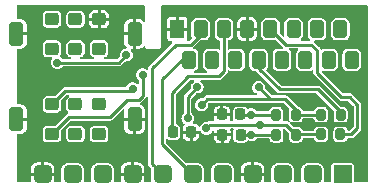
<source format=gbr>
G04 #@! TF.GenerationSoftware,KiCad,Pcbnew,(6.0.1-0)*
G04 #@! TF.CreationDate,2022-02-24T13:14:33-05:00*
G04 #@! TF.ProjectId,DC2VGA,44433256-4741-42e6-9b69-6361645f7063,1*
G04 #@! TF.SameCoordinates,Original*
G04 #@! TF.FileFunction,Copper,L2,Bot*
G04 #@! TF.FilePolarity,Positive*
%FSLAX46Y46*%
G04 Gerber Fmt 4.6, Leading zero omitted, Abs format (unit mm)*
G04 Created by KiCad (PCBNEW (6.0.1-0)) date 2022-02-24 13:14:33*
%MOMM*%
%LPD*%
G01*
G04 APERTURE LIST*
G04 Aperture macros list*
%AMRoundRect*
0 Rectangle with rounded corners*
0 $1 Rounding radius*
0 $2 $3 $4 $5 $6 $7 $8 $9 X,Y pos of 4 corners*
0 Add a 4 corners polygon primitive as box body*
4,1,4,$2,$3,$4,$5,$6,$7,$8,$9,$2,$3,0*
0 Add four circle primitives for the rounded corners*
1,1,$1+$1,$2,$3*
1,1,$1+$1,$4,$5*
1,1,$1+$1,$6,$7*
1,1,$1+$1,$8,$9*
0 Add four rect primitives between the rounded corners*
20,1,$1+$1,$2,$3,$4,$5,0*
20,1,$1+$1,$4,$5,$6,$7,0*
20,1,$1+$1,$6,$7,$8,$9,0*
20,1,$1+$1,$8,$9,$2,$3,0*%
G04 Aperture macros list end*
G04 #@! TA.AperFunction,SMDPad,CuDef*
%ADD10RoundRect,0.200000X0.200000X0.275000X-0.200000X0.275000X-0.200000X-0.275000X0.200000X-0.275000X0*%
G04 #@! TD*
G04 #@! TA.AperFunction,SMDPad,CuDef*
%ADD11RoundRect,0.200000X-0.200000X-0.275000X0.200000X-0.275000X0.200000X0.275000X-0.200000X0.275000X0*%
G04 #@! TD*
G04 #@! TA.AperFunction,ComponentPad*
%ADD12RoundRect,0.262500X0.337500X0.262500X-0.337500X0.262500X-0.337500X-0.262500X0.337500X-0.262500X0*%
G04 #@! TD*
G04 #@! TA.AperFunction,ComponentPad*
%ADD13RoundRect,0.312500X-0.312500X-0.687500X0.312500X-0.687500X0.312500X0.687500X-0.312500X0.687500X0*%
G04 #@! TD*
G04 #@! TA.AperFunction,SMDPad,CuDef*
%ADD14RoundRect,0.225000X-0.225000X-0.250000X0.225000X-0.250000X0.225000X0.250000X-0.225000X0.250000X0*%
G04 #@! TD*
G04 #@! TA.AperFunction,ComponentPad*
%ADD15R,1.524000X1.524000*%
G04 #@! TD*
G04 #@! TA.AperFunction,ComponentPad*
%ADD16RoundRect,0.381000X0.381000X0.381000X-0.381000X0.381000X-0.381000X-0.381000X0.381000X-0.381000X0*%
G04 #@! TD*
G04 #@! TA.AperFunction,SMDPad,CuDef*
%ADD17RoundRect,0.225000X0.225000X0.250000X-0.225000X0.250000X-0.225000X-0.250000X0.225000X-0.250000X0*%
G04 #@! TD*
G04 #@! TA.AperFunction,ComponentPad*
%ADD18RoundRect,0.262500X-0.337500X-0.262500X0.337500X-0.262500X0.337500X0.262500X-0.337500X0.262500X0*%
G04 #@! TD*
G04 #@! TA.AperFunction,ComponentPad*
%ADD19RoundRect,0.312500X0.312500X0.687500X-0.312500X0.687500X-0.312500X-0.687500X0.312500X-0.687500X0*%
G04 #@! TD*
G04 #@! TA.AperFunction,ComponentPad*
%ADD20R,1.200000X1.524000*%
G04 #@! TD*
G04 #@! TA.AperFunction,ComponentPad*
%ADD21RoundRect,0.300000X0.300000X0.462000X-0.300000X0.462000X-0.300000X-0.462000X0.300000X-0.462000X0*%
G04 #@! TD*
G04 #@! TA.AperFunction,ViaPad*
%ADD22C,0.700000*%
G04 #@! TD*
G04 #@! TA.AperFunction,Conductor*
%ADD23C,0.250000*%
G04 #@! TD*
G04 APERTURE END LIST*
D10*
X151555000Y-107010000D03*
X149905000Y-107010000D03*
D11*
X146135000Y-107030000D03*
X147785000Y-107030000D03*
D12*
X131120000Y-104470000D03*
X129120000Y-104470000D03*
X127120000Y-104470000D03*
X131120000Y-106970000D03*
X129120000Y-106970000D03*
X127120000Y-106970000D03*
D13*
X134120000Y-105720000D03*
X124120000Y-105720000D03*
D14*
X137355000Y-106810000D03*
X138905000Y-106810000D03*
D15*
X151731634Y-110398008D03*
D16*
X149191634Y-110398008D03*
X146651634Y-110398008D03*
X131411634Y-110398008D03*
X128871634Y-110398008D03*
X139031634Y-110398008D03*
X136491634Y-110398008D03*
X126331634Y-110398008D03*
X144111634Y-110398008D03*
X133951634Y-110398008D03*
X141571634Y-110398008D03*
D17*
X143070000Y-105320000D03*
X141520000Y-105320000D03*
X143100000Y-107030000D03*
X141550000Y-107030000D03*
D18*
X127120000Y-99750000D03*
X129120000Y-99750000D03*
X131120000Y-99750000D03*
X127120000Y-97250000D03*
X129120000Y-97250000D03*
X131120000Y-97250000D03*
D19*
X124120000Y-98500000D03*
X134120000Y-98500000D03*
D20*
X137746684Y-98103008D03*
D21*
X138726684Y-100703008D03*
X139716684Y-98103008D03*
X140696684Y-100703008D03*
X141686684Y-98103008D03*
X142666684Y-100703008D03*
X143656684Y-98103008D03*
X144636684Y-100703008D03*
X145626684Y-98103008D03*
X146606684Y-100703008D03*
X147596684Y-98103008D03*
X148576684Y-100703008D03*
X149566684Y-98103008D03*
X150546684Y-100703008D03*
X151536684Y-98103008D03*
X152516684Y-100703008D03*
D10*
X151565000Y-105330000D03*
X149915000Y-105330000D03*
X147765000Y-105330000D03*
X146115000Y-105330000D03*
D22*
X137270000Y-106590000D03*
X153310000Y-109160000D03*
X133800000Y-102025000D03*
X153020000Y-96910000D03*
X140920000Y-103000000D03*
X140200000Y-106500000D03*
X144750000Y-106180000D03*
X133950000Y-103125000D03*
X144630000Y-103030000D03*
X139800000Y-104490000D03*
X134800000Y-101950000D03*
X144010000Y-107030000D03*
X133425000Y-100275000D03*
X127580000Y-100920000D03*
X138625000Y-105650000D03*
X139425000Y-103005500D03*
X144000000Y-105330000D03*
D23*
X137275000Y-106585000D02*
X137270000Y-106590000D01*
X141250000Y-102100000D02*
X138675000Y-102100000D01*
X137275000Y-103500000D02*
X137275000Y-106585000D01*
X138675000Y-102100000D02*
X137275000Y-103500000D01*
X141686684Y-98103008D02*
X141686684Y-101663316D01*
X141686684Y-101663316D02*
X141250000Y-102100000D01*
X139716684Y-98563316D02*
X138870000Y-99410000D01*
X137590000Y-99410000D02*
X135575000Y-101425000D01*
X139716684Y-98103008D02*
X139716684Y-98563316D01*
X138870000Y-99410000D02*
X137590000Y-99410000D01*
X135575000Y-109485000D02*
X136490000Y-110400000D01*
X135575000Y-101425000D02*
X135575000Y-109485000D01*
X136475000Y-107850000D02*
X139025000Y-110400000D01*
X136475000Y-102350000D02*
X136475000Y-107850000D01*
X138121992Y-100703008D02*
X136475000Y-102350000D01*
X139025000Y-110400000D02*
X139040000Y-110385000D01*
X138726684Y-100703008D02*
X138121992Y-100703008D01*
X147785000Y-107030000D02*
X146935000Y-106180000D01*
X149905000Y-107010000D02*
X147810000Y-107010000D01*
X146935000Y-106180000D02*
X144750000Y-106180000D01*
X140200000Y-106500000D02*
X140520000Y-106180000D01*
X133735000Y-103340000D02*
X128250000Y-103340000D01*
X133950000Y-103125000D02*
X133735000Y-103340000D01*
X140520000Y-106180000D02*
X144750000Y-106180000D01*
X128250000Y-103340000D02*
X127120000Y-104470000D01*
X146455000Y-104020000D02*
X145620000Y-104020000D01*
X147765000Y-104915000D02*
X146870000Y-104020000D01*
X146870000Y-104020000D02*
X146455000Y-104020000D01*
X139800000Y-104490000D02*
X140270000Y-104020000D01*
X134800000Y-103750000D02*
X134475000Y-104075000D01*
X145620000Y-104020000D02*
X144630000Y-103030000D01*
X128600000Y-105520000D02*
X127120000Y-107000000D01*
X147765000Y-105330000D02*
X147765000Y-104915000D01*
X134800000Y-101950000D02*
X134800000Y-103750000D01*
X133485000Y-104075000D02*
X132040000Y-105520000D01*
X132040000Y-105520000D02*
X128600000Y-105520000D01*
X140270000Y-104020000D02*
X146455000Y-104020000D01*
X149915000Y-105330000D02*
X147780000Y-105330000D01*
X134475000Y-104075000D02*
X133485000Y-104075000D01*
X144010000Y-107030000D02*
X143110000Y-107030000D01*
X146135000Y-107030000D02*
X144010000Y-107030000D01*
X144636684Y-101436684D02*
X146400000Y-103200000D01*
X149625000Y-103200000D02*
X151560000Y-105135000D01*
X151560000Y-105135000D02*
X151560000Y-105330000D01*
X146400000Y-103200000D02*
X149625000Y-103200000D01*
X144636684Y-100703008D02*
X144636684Y-101436684D01*
X145626684Y-98103008D02*
X146923676Y-99400000D01*
X152340000Y-103830000D02*
X152990000Y-104480000D01*
X149570000Y-99880000D02*
X149570000Y-101770000D01*
X151630000Y-103830000D02*
X152340000Y-103830000D01*
X146923676Y-99400000D02*
X149090000Y-99400000D01*
X149090000Y-99400000D02*
X149570000Y-99880000D01*
X152460000Y-107010000D02*
X151560000Y-107010000D01*
X152990000Y-104480000D02*
X152990000Y-106480000D01*
X149570000Y-101770000D02*
X151630000Y-103830000D01*
X152990000Y-106480000D02*
X152460000Y-107010000D01*
X132780000Y-100920000D02*
X127580000Y-100920000D01*
X133425000Y-100275000D02*
X132780000Y-100920000D01*
X138625000Y-103805500D02*
X139425000Y-103005500D01*
X138625000Y-105650000D02*
X138625000Y-103805500D01*
X144000000Y-105330000D02*
X143100000Y-105330000D01*
X146115000Y-105330000D02*
X144000000Y-105330000D01*
G04 #@! TA.AperFunction,Conductor*
G36*
X135001780Y-96108482D02*
G01*
X135028800Y-96155282D01*
X135030000Y-96169000D01*
X135030000Y-97434443D01*
X135011518Y-97485223D01*
X134964718Y-97512243D01*
X134911500Y-97502859D01*
X134888325Y-97482535D01*
X134836829Y-97415424D01*
X134829576Y-97408171D01*
X134720288Y-97324311D01*
X134711388Y-97319174D01*
X134584130Y-97266461D01*
X134574206Y-97263802D01*
X134471939Y-97250338D01*
X134466780Y-97250000D01*
X134258930Y-97250000D01*
X134248259Y-97253884D01*
X134245000Y-97259528D01*
X134245000Y-99736070D01*
X134248884Y-99746741D01*
X134254528Y-99750000D01*
X134466780Y-99750000D01*
X134471939Y-99749662D01*
X134574206Y-99736198D01*
X134584130Y-99733539D01*
X134711388Y-99680826D01*
X134720288Y-99675689D01*
X134829576Y-99591829D01*
X134836829Y-99584576D01*
X134888325Y-99517465D01*
X134933901Y-99488430D01*
X134987478Y-99495483D01*
X135023986Y-99535325D01*
X135030000Y-99565557D01*
X135030000Y-99604954D01*
X135029601Y-99611298D01*
X135026511Y-99619347D01*
X135027610Y-99628843D01*
X135029476Y-99644970D01*
X135030000Y-99654051D01*
X135030000Y-99659494D01*
X135031137Y-99664123D01*
X135031211Y-99664736D01*
X135032757Y-99673331D01*
X135032998Y-99675410D01*
X135035547Y-99697440D01*
X135040737Y-99705077D01*
X135041110Y-99706289D01*
X135041761Y-99707377D01*
X135043964Y-99716346D01*
X135050286Y-99723516D01*
X135050286Y-99723517D01*
X135060019Y-99734556D01*
X135066092Y-99742385D01*
X135079735Y-99762461D01*
X135087873Y-99766824D01*
X135088766Y-99767727D01*
X135089846Y-99768389D01*
X135095953Y-99775316D01*
X135118626Y-99784020D01*
X135127628Y-99788142D01*
X135142619Y-99796180D01*
X135142621Y-99796181D01*
X135149019Y-99799611D01*
X135152098Y-99800000D01*
X135154954Y-99800000D01*
X135161298Y-99800399D01*
X135169347Y-99803489D01*
X135194973Y-99800524D01*
X135204051Y-99800000D01*
X136144954Y-99800000D01*
X136151298Y-99800399D01*
X136159347Y-99803489D01*
X136184973Y-99800524D01*
X136194051Y-99800000D01*
X136199494Y-99800000D01*
X136204123Y-99798863D01*
X136204736Y-99798789D01*
X136213331Y-99797243D01*
X136227944Y-99795552D01*
X136227945Y-99795552D01*
X136237440Y-99794453D01*
X136245077Y-99789263D01*
X136246289Y-99788890D01*
X136247377Y-99788239D01*
X136256346Y-99786036D01*
X136264622Y-99778740D01*
X136274556Y-99769981D01*
X136282385Y-99763908D01*
X136302461Y-99750265D01*
X136306824Y-99742127D01*
X136307727Y-99741234D01*
X136308389Y-99740154D01*
X136315316Y-99734047D01*
X136324020Y-99711374D01*
X136328142Y-99702372D01*
X136336180Y-99687381D01*
X136336181Y-99687379D01*
X136339611Y-99680981D01*
X136340000Y-99677902D01*
X136340000Y-99675046D01*
X136340399Y-99668702D01*
X136343489Y-99660653D01*
X136340524Y-99635027D01*
X136340000Y-99625949D01*
X136340000Y-97964078D01*
X136896684Y-97964078D01*
X136900568Y-97974749D01*
X136906212Y-97978008D01*
X137607754Y-97978008D01*
X137618425Y-97974124D01*
X137621684Y-97968480D01*
X137621684Y-97964078D01*
X137871684Y-97964078D01*
X137875568Y-97974749D01*
X137881212Y-97978008D01*
X138582754Y-97978008D01*
X138593425Y-97974124D01*
X138596684Y-97968480D01*
X138596684Y-97320270D01*
X138595926Y-97312573D01*
X138583697Y-97251093D01*
X138577857Y-97236995D01*
X138531245Y-97167235D01*
X138520457Y-97156447D01*
X138450697Y-97109835D01*
X138436599Y-97103995D01*
X138375119Y-97091766D01*
X138367422Y-97091008D01*
X137885614Y-97091008D01*
X137874943Y-97094892D01*
X137871684Y-97100536D01*
X137871684Y-97964078D01*
X137621684Y-97964078D01*
X137621684Y-97104938D01*
X137617800Y-97094267D01*
X137612156Y-97091008D01*
X137125946Y-97091008D01*
X137118249Y-97091766D01*
X137056769Y-97103995D01*
X137042671Y-97109835D01*
X136972911Y-97156447D01*
X136962123Y-97167235D01*
X136915511Y-97236995D01*
X136909671Y-97251093D01*
X136897442Y-97312573D01*
X136896684Y-97320270D01*
X136896684Y-97964078D01*
X136340000Y-97964078D01*
X136340000Y-96169000D01*
X136358482Y-96118220D01*
X136405282Y-96091200D01*
X136419000Y-96090000D01*
X153841000Y-96090000D01*
X153891780Y-96108482D01*
X153918800Y-96155282D01*
X153920000Y-96169000D01*
X153920000Y-110961000D01*
X153901518Y-111011780D01*
X153854718Y-111038800D01*
X153841000Y-111040000D01*
X152763134Y-111040000D01*
X152712354Y-111021518D01*
X152685334Y-110974718D01*
X152684134Y-110961000D01*
X152684134Y-109617246D01*
X152682186Y-109607453D01*
X152674599Y-109569309D01*
X152674598Y-109569308D01*
X152673081Y-109561679D01*
X152630977Y-109498665D01*
X152567963Y-109456561D01*
X152560334Y-109455044D01*
X152560333Y-109455043D01*
X152516207Y-109446266D01*
X152516206Y-109446266D01*
X152512396Y-109445508D01*
X150950872Y-109445508D01*
X150947062Y-109446266D01*
X150947061Y-109446266D01*
X150902935Y-109455043D01*
X150902934Y-109455044D01*
X150895305Y-109456561D01*
X150832291Y-109498665D01*
X150790187Y-109561679D01*
X150788670Y-109569308D01*
X150788669Y-109569309D01*
X150781082Y-109607453D01*
X150779134Y-109617246D01*
X150779134Y-110961000D01*
X150760652Y-111011780D01*
X150713852Y-111038800D01*
X150700134Y-111040000D01*
X150201346Y-111040000D01*
X150150566Y-111021518D01*
X150123546Y-110974718D01*
X150127526Y-110938366D01*
X150126102Y-110937984D01*
X150127441Y-110932986D01*
X150129424Y-110928199D01*
X150144134Y-110816463D01*
X150144133Y-109979554D01*
X150143795Y-109976981D01*
X150130100Y-109872952D01*
X150129424Y-109867817D01*
X150071838Y-109728792D01*
X150068686Y-109724684D01*
X150068684Y-109724681D01*
X149983382Y-109613515D01*
X149980232Y-109609410D01*
X149960895Y-109594572D01*
X149864960Y-109520958D01*
X149864957Y-109520957D01*
X149860849Y-109517804D01*
X149856062Y-109515821D01*
X149856060Y-109515820D01*
X149804212Y-109494344D01*
X149721825Y-109460218D01*
X149682516Y-109455043D01*
X149612659Y-109445846D01*
X149612654Y-109445846D01*
X149610089Y-109445508D01*
X149607499Y-109445508D01*
X149191635Y-109445509D01*
X148773180Y-109445509D01*
X148770615Y-109445847D01*
X148770610Y-109445847D01*
X148666578Y-109459542D01*
X148661443Y-109460218D01*
X148522418Y-109517804D01*
X148518310Y-109520956D01*
X148518307Y-109520958D01*
X148455296Y-109569309D01*
X148403036Y-109609410D01*
X148399886Y-109613515D01*
X148321536Y-109715623D01*
X148311430Y-109728793D01*
X148253844Y-109867817D01*
X148248933Y-109905117D01*
X148239473Y-109976981D01*
X148239134Y-109979553D01*
X148239135Y-110816462D01*
X148239473Y-110819027D01*
X148239473Y-110819032D01*
X148246773Y-110874483D01*
X148253844Y-110928199D01*
X148255825Y-110932982D01*
X148257166Y-110937987D01*
X148255246Y-110938501D01*
X148257264Y-110984759D01*
X148224365Y-111027630D01*
X148181921Y-111040000D01*
X147661346Y-111040000D01*
X147610566Y-111021518D01*
X147583546Y-110974718D01*
X147587526Y-110938366D01*
X147586102Y-110937984D01*
X147587441Y-110932986D01*
X147589424Y-110928199D01*
X147604134Y-110816463D01*
X147604133Y-109979554D01*
X147603795Y-109976981D01*
X147590100Y-109872952D01*
X147589424Y-109867817D01*
X147531838Y-109728792D01*
X147528686Y-109724684D01*
X147528684Y-109724681D01*
X147443382Y-109613515D01*
X147440232Y-109609410D01*
X147420895Y-109594572D01*
X147324960Y-109520958D01*
X147324957Y-109520957D01*
X147320849Y-109517804D01*
X147316062Y-109515821D01*
X147316060Y-109515820D01*
X147264212Y-109494344D01*
X147181825Y-109460218D01*
X147142516Y-109455043D01*
X147072659Y-109445846D01*
X147072654Y-109445846D01*
X147070089Y-109445508D01*
X147067499Y-109445508D01*
X146651635Y-109445509D01*
X146233180Y-109445509D01*
X146230615Y-109445847D01*
X146230610Y-109445847D01*
X146126578Y-109459542D01*
X146121443Y-109460218D01*
X145982418Y-109517804D01*
X145978310Y-109520956D01*
X145978307Y-109520958D01*
X145915296Y-109569309D01*
X145863036Y-109609410D01*
X145859886Y-109613515D01*
X145781536Y-109715623D01*
X145771430Y-109728793D01*
X145713844Y-109867817D01*
X145708933Y-109905117D01*
X145699473Y-109976981D01*
X145699134Y-109979553D01*
X145699135Y-110816462D01*
X145699473Y-110819027D01*
X145699473Y-110819032D01*
X145706773Y-110874483D01*
X145713844Y-110928199D01*
X145715825Y-110932982D01*
X145717166Y-110937987D01*
X145715246Y-110938501D01*
X145717264Y-110984759D01*
X145684365Y-111027630D01*
X145641921Y-111040000D01*
X145179118Y-111040000D01*
X145128338Y-111021518D01*
X145101318Y-110974718D01*
X145103255Y-110938960D01*
X145119691Y-110882384D01*
X145121136Y-110874473D01*
X145123511Y-110844293D01*
X145123634Y-110841175D01*
X145123634Y-110536938D01*
X145119750Y-110526267D01*
X145114106Y-110523008D01*
X143113565Y-110523008D01*
X143102894Y-110526892D01*
X143099635Y-110532536D01*
X143099635Y-110841191D01*
X143099755Y-110844264D01*
X143102133Y-110874483D01*
X143103575Y-110882379D01*
X143120013Y-110938960D01*
X143116432Y-110992880D01*
X143079029Y-111031884D01*
X143044150Y-111040000D01*
X142581346Y-111040000D01*
X142530566Y-111021518D01*
X142503546Y-110974718D01*
X142507526Y-110938366D01*
X142506102Y-110937984D01*
X142507441Y-110932986D01*
X142509424Y-110928199D01*
X142524134Y-110816463D01*
X142524133Y-110259078D01*
X143099634Y-110259078D01*
X143103518Y-110269749D01*
X143109162Y-110273008D01*
X143972704Y-110273008D01*
X143983375Y-110269124D01*
X143986634Y-110263480D01*
X143986634Y-110259078D01*
X144236634Y-110259078D01*
X144240518Y-110269749D01*
X144246162Y-110273008D01*
X145109703Y-110273008D01*
X145120374Y-110269124D01*
X145123633Y-110263480D01*
X145123633Y-109954825D01*
X145123513Y-109951752D01*
X145121135Y-109921533D01*
X145119693Y-109913637D01*
X145077728Y-109769195D01*
X145073807Y-109760133D01*
X144997714Y-109631468D01*
X144991668Y-109623674D01*
X144885968Y-109517974D01*
X144878174Y-109511928D01*
X144749509Y-109435835D01*
X144740447Y-109431914D01*
X144596010Y-109389951D01*
X144588099Y-109388506D01*
X144557919Y-109386131D01*
X144554800Y-109386008D01*
X144250564Y-109386008D01*
X144239893Y-109389892D01*
X144236634Y-109395536D01*
X144236634Y-110259078D01*
X143986634Y-110259078D01*
X143986634Y-109399939D01*
X143982750Y-109389268D01*
X143977106Y-109386009D01*
X143668451Y-109386009D01*
X143665378Y-109386129D01*
X143635159Y-109388507D01*
X143627263Y-109389949D01*
X143482821Y-109431914D01*
X143473759Y-109435835D01*
X143345094Y-109511928D01*
X143337300Y-109517974D01*
X143231600Y-109623674D01*
X143225554Y-109631468D01*
X143149461Y-109760133D01*
X143145540Y-109769195D01*
X143103577Y-109913632D01*
X143102132Y-109921543D01*
X143099757Y-109951723D01*
X143099634Y-109954842D01*
X143099634Y-110259078D01*
X142524133Y-110259078D01*
X142524133Y-109979554D01*
X142523795Y-109976981D01*
X142510100Y-109872952D01*
X142509424Y-109867817D01*
X142451838Y-109728792D01*
X142448686Y-109724684D01*
X142448684Y-109724681D01*
X142363382Y-109613515D01*
X142360232Y-109609410D01*
X142340895Y-109594572D01*
X142244960Y-109520958D01*
X142244957Y-109520957D01*
X142240849Y-109517804D01*
X142236062Y-109515821D01*
X142236060Y-109515820D01*
X142184212Y-109494344D01*
X142101825Y-109460218D01*
X142062516Y-109455043D01*
X141992659Y-109445846D01*
X141992654Y-109445846D01*
X141990089Y-109445508D01*
X141987499Y-109445508D01*
X141571635Y-109445509D01*
X141153180Y-109445509D01*
X141150615Y-109445847D01*
X141150610Y-109445847D01*
X141046578Y-109459542D01*
X141041443Y-109460218D01*
X140902418Y-109517804D01*
X140898310Y-109520956D01*
X140898307Y-109520958D01*
X140835296Y-109569309D01*
X140783036Y-109609410D01*
X140779886Y-109613515D01*
X140701536Y-109715623D01*
X140691430Y-109728793D01*
X140633844Y-109867817D01*
X140628933Y-109905117D01*
X140619473Y-109976981D01*
X140619134Y-109979553D01*
X140619135Y-110816462D01*
X140619473Y-110819027D01*
X140619473Y-110819032D01*
X140626773Y-110874483D01*
X140633844Y-110928199D01*
X140635825Y-110932982D01*
X140637166Y-110937987D01*
X140635246Y-110938501D01*
X140637264Y-110984759D01*
X140604365Y-111027630D01*
X140561921Y-111040000D01*
X140041346Y-111040000D01*
X139990566Y-111021518D01*
X139963546Y-110974718D01*
X139967526Y-110938366D01*
X139966102Y-110937984D01*
X139967441Y-110932986D01*
X139969424Y-110928199D01*
X139984134Y-110816463D01*
X139984133Y-109979554D01*
X139983795Y-109976981D01*
X139970100Y-109872952D01*
X139969424Y-109867817D01*
X139911838Y-109728792D01*
X139908686Y-109724684D01*
X139908684Y-109724681D01*
X139823382Y-109613515D01*
X139820232Y-109609410D01*
X139800895Y-109594572D01*
X139704960Y-109520958D01*
X139704957Y-109520957D01*
X139700849Y-109517804D01*
X139696062Y-109515821D01*
X139696060Y-109515820D01*
X139644212Y-109494344D01*
X139561825Y-109460218D01*
X139522516Y-109455043D01*
X139452659Y-109445846D01*
X139452654Y-109445846D01*
X139450089Y-109445508D01*
X139447499Y-109445508D01*
X139031635Y-109445509D01*
X138613180Y-109445509D01*
X138610617Y-109445846D01*
X138610608Y-109445847D01*
X138566541Y-109451648D01*
X138513783Y-109439951D01*
X138500370Y-109429185D01*
X136813639Y-107742455D01*
X136790801Y-107693479D01*
X136790500Y-107686594D01*
X136790500Y-107482258D01*
X136808982Y-107431478D01*
X136855782Y-107404458D01*
X136905365Y-107411869D01*
X137000003Y-107460090D01*
X137097300Y-107475500D01*
X137612700Y-107475500D01*
X137709997Y-107460090D01*
X137827269Y-107400336D01*
X137920336Y-107307269D01*
X137980090Y-107189997D01*
X137993895Y-107102836D01*
X138205000Y-107102836D01*
X138205230Y-107107082D01*
X138210775Y-107158126D01*
X138213048Y-107167684D01*
X138257096Y-107285183D01*
X138262445Y-107294954D01*
X138337299Y-107394832D01*
X138345168Y-107402701D01*
X138445046Y-107477555D01*
X138454817Y-107482904D01*
X138572316Y-107526952D01*
X138581874Y-107529225D01*
X138632918Y-107534770D01*
X138637164Y-107535000D01*
X138766070Y-107535000D01*
X138776741Y-107531116D01*
X138780000Y-107525472D01*
X138780000Y-107521070D01*
X139030000Y-107521070D01*
X139033884Y-107531741D01*
X139039528Y-107535000D01*
X139172836Y-107535000D01*
X139177082Y-107534770D01*
X139228126Y-107529225D01*
X139237684Y-107526952D01*
X139355183Y-107482904D01*
X139364954Y-107477555D01*
X139464832Y-107402701D01*
X139472701Y-107394832D01*
X139526659Y-107322836D01*
X140850000Y-107322836D01*
X140850230Y-107327082D01*
X140855775Y-107378126D01*
X140858048Y-107387684D01*
X140902096Y-107505183D01*
X140907445Y-107514954D01*
X140982299Y-107614832D01*
X140990168Y-107622701D01*
X141090046Y-107697555D01*
X141099817Y-107702904D01*
X141217316Y-107746952D01*
X141226874Y-107749225D01*
X141277918Y-107754770D01*
X141282164Y-107755000D01*
X141411070Y-107755000D01*
X141421741Y-107751116D01*
X141425000Y-107745472D01*
X141425000Y-107741070D01*
X141675000Y-107741070D01*
X141678884Y-107751741D01*
X141684528Y-107755000D01*
X141817836Y-107755000D01*
X141822082Y-107754770D01*
X141873126Y-107749225D01*
X141882684Y-107746952D01*
X142000183Y-107702904D01*
X142009954Y-107697555D01*
X142109832Y-107622701D01*
X142117701Y-107614832D01*
X142192555Y-107514954D01*
X142197904Y-107505183D01*
X142241952Y-107387684D01*
X142244225Y-107378126D01*
X142249770Y-107327082D01*
X142250000Y-107322836D01*
X142250000Y-107168930D01*
X142246116Y-107158259D01*
X142240472Y-107155000D01*
X141688930Y-107155000D01*
X141678259Y-107158884D01*
X141675000Y-107164528D01*
X141675000Y-107741070D01*
X141425000Y-107741070D01*
X141425000Y-107168930D01*
X141421116Y-107158259D01*
X141415472Y-107155000D01*
X140863930Y-107155000D01*
X140853259Y-107158884D01*
X140850000Y-107164528D01*
X140850000Y-107322836D01*
X139526659Y-107322836D01*
X139547555Y-107294954D01*
X139552904Y-107285183D01*
X139596952Y-107167684D01*
X139599225Y-107158126D01*
X139604770Y-107107082D01*
X139605000Y-107102836D01*
X139605000Y-106948930D01*
X139601116Y-106938259D01*
X139595472Y-106935000D01*
X139043930Y-106935000D01*
X139033259Y-106938884D01*
X139030000Y-106944528D01*
X139030000Y-107521070D01*
X138780000Y-107521070D01*
X138780000Y-106948930D01*
X138776116Y-106938259D01*
X138770472Y-106935000D01*
X138218930Y-106935000D01*
X138208259Y-106938884D01*
X138205000Y-106944528D01*
X138205000Y-107102836D01*
X137993895Y-107102836D01*
X137995500Y-107092700D01*
X137995500Y-106527300D01*
X137980090Y-106430003D01*
X137920336Y-106312731D01*
X137827269Y-106219664D01*
X137709997Y-106159910D01*
X137657141Y-106151539D01*
X137609878Y-106125341D01*
X137590500Y-106073512D01*
X137590500Y-103663406D01*
X137608982Y-103612626D01*
X137613639Y-103607545D01*
X138782545Y-102438639D01*
X138831521Y-102415801D01*
X138838406Y-102415500D01*
X139073308Y-102415500D01*
X139124088Y-102433982D01*
X139151108Y-102480782D01*
X139141724Y-102534000D01*
X139121400Y-102557175D01*
X139039511Y-102620011D01*
X139036361Y-102624116D01*
X138977382Y-102700979D01*
X138952874Y-102732918D01*
X138937765Y-102769395D01*
X138903376Y-102852418D01*
X138898412Y-102864401D01*
X138879836Y-103005500D01*
X138886171Y-103053614D01*
X138886266Y-103054339D01*
X138874570Y-103107097D01*
X138863803Y-103120512D01*
X138414094Y-103570222D01*
X138409013Y-103574879D01*
X138379585Y-103599572D01*
X138360382Y-103632833D01*
X138356679Y-103638645D01*
X138342323Y-103659148D01*
X138334649Y-103670107D01*
X138332860Y-103676783D01*
X138329939Y-103683047D01*
X138329831Y-103682997D01*
X138329661Y-103683407D01*
X138329772Y-103683448D01*
X138327408Y-103689944D01*
X138323953Y-103695928D01*
X138318838Y-103724939D01*
X138317282Y-103733761D01*
X138315793Y-103740476D01*
X138305852Y-103777578D01*
X138306454Y-103784461D01*
X138306454Y-103784463D01*
X138309199Y-103815835D01*
X138309500Y-103822720D01*
X138309500Y-105171848D01*
X138291018Y-105222628D01*
X138278593Y-105234522D01*
X138239511Y-105264511D01*
X138152874Y-105377418D01*
X138098412Y-105508901D01*
X138079836Y-105650000D01*
X138098412Y-105791099D01*
X138100395Y-105795885D01*
X138100395Y-105795887D01*
X138109252Y-105817269D01*
X138152874Y-105922582D01*
X138156026Y-105926690D01*
X138156028Y-105926693D01*
X138208454Y-105995015D01*
X138239511Y-106035489D01*
X138330702Y-106105463D01*
X138359736Y-106151037D01*
X138352683Y-106204614D01*
X138338470Y-106223997D01*
X138337299Y-106225168D01*
X138262445Y-106325046D01*
X138257096Y-106334817D01*
X138213048Y-106452316D01*
X138210775Y-106461874D01*
X138205230Y-106512918D01*
X138205000Y-106517164D01*
X138205000Y-106671070D01*
X138208884Y-106681741D01*
X138214528Y-106685000D01*
X139591069Y-106685000D01*
X139607361Y-106679070D01*
X139661400Y-106679070D01*
X139702797Y-106713806D01*
X139707367Y-106723074D01*
X139718687Y-106750402D01*
X139727874Y-106772582D01*
X139814511Y-106885489D01*
X139818616Y-106888639D01*
X139923307Y-106968972D01*
X139923310Y-106968974D01*
X139927418Y-106972126D01*
X139990415Y-106998220D01*
X140054113Y-107024605D01*
X140054115Y-107024605D01*
X140058901Y-107026588D01*
X140200000Y-107045164D01*
X140341099Y-107026588D01*
X140345885Y-107024605D01*
X140345887Y-107024605D01*
X140409585Y-106998220D01*
X140472582Y-106972126D01*
X140476690Y-106968974D01*
X140476693Y-106968972D01*
X140581384Y-106888639D01*
X140585489Y-106885489D01*
X140672126Y-106772582D01*
X140698014Y-106710083D01*
X140734522Y-106670241D01*
X140788099Y-106663188D01*
X140833675Y-106692223D01*
X140850000Y-106740315D01*
X140850000Y-106891070D01*
X140853884Y-106901741D01*
X140859528Y-106905000D01*
X142236070Y-106905000D01*
X142246741Y-106901116D01*
X142250000Y-106895472D01*
X142250000Y-106737164D01*
X142249770Y-106732918D01*
X142244225Y-106681874D01*
X142241952Y-106672316D01*
X142215679Y-106602231D01*
X142215160Y-106548194D01*
X142249497Y-106506466D01*
X142289652Y-106495500D01*
X142424717Y-106495500D01*
X142475497Y-106513982D01*
X142502517Y-106560782D01*
X142495107Y-106610365D01*
X142474910Y-106650003D01*
X142459500Y-106747300D01*
X142459500Y-107312700D01*
X142474910Y-107409997D01*
X142534664Y-107527269D01*
X142627731Y-107620336D01*
X142745003Y-107680090D01*
X142842300Y-107695500D01*
X143357700Y-107695500D01*
X143454997Y-107680090D01*
X143572269Y-107620336D01*
X143665336Y-107527269D01*
X143667202Y-107529135D01*
X143703335Y-107504772D01*
X143752663Y-107508441D01*
X143868901Y-107556588D01*
X144010000Y-107575164D01*
X144151099Y-107556588D01*
X144155885Y-107554605D01*
X144155887Y-107554605D01*
X144203772Y-107534770D01*
X144282582Y-107502126D01*
X144286690Y-107498974D01*
X144286693Y-107498972D01*
X144391384Y-107418639D01*
X144395489Y-107415489D01*
X144403954Y-107404458D01*
X144425477Y-107376408D01*
X144471053Y-107347373D01*
X144488152Y-107345500D01*
X145478574Y-107345500D01*
X145529354Y-107363982D01*
X145556601Y-107412141D01*
X145557631Y-107418639D01*
X145558983Y-107427175D01*
X145615141Y-107537391D01*
X145702609Y-107624859D01*
X145730998Y-107639324D01*
X145807282Y-107678193D01*
X145807284Y-107678194D01*
X145812825Y-107681017D01*
X145818968Y-107681990D01*
X145901201Y-107695015D01*
X145901205Y-107695015D01*
X145904265Y-107695500D01*
X146134962Y-107695500D01*
X146365734Y-107695499D01*
X146410247Y-107688449D01*
X146451033Y-107681990D01*
X146451035Y-107681989D01*
X146457175Y-107681017D01*
X146567391Y-107624859D01*
X146654859Y-107537391D01*
X146686642Y-107475014D01*
X146708193Y-107432718D01*
X146708194Y-107432716D01*
X146711017Y-107427175D01*
X146723657Y-107347373D01*
X146725015Y-107338799D01*
X146725015Y-107338795D01*
X146725500Y-107335735D01*
X146725499Y-106724266D01*
X146714711Y-106656149D01*
X146711990Y-106638967D01*
X146711989Y-106638965D01*
X146711017Y-106632825D01*
X146699573Y-106610365D01*
X146692987Y-106556729D01*
X146722418Y-106511408D01*
X146769962Y-106495500D01*
X146771593Y-106495500D01*
X146822373Y-106513982D01*
X146827455Y-106518639D01*
X147171362Y-106862547D01*
X147194199Y-106911523D01*
X147194500Y-106918408D01*
X147194501Y-107335734D01*
X147198975Y-107363982D01*
X147206694Y-107412719D01*
X147208983Y-107427175D01*
X147265141Y-107537391D01*
X147352609Y-107624859D01*
X147380998Y-107639324D01*
X147457282Y-107678193D01*
X147457284Y-107678194D01*
X147462825Y-107681017D01*
X147468968Y-107681990D01*
X147551201Y-107695015D01*
X147551205Y-107695015D01*
X147554265Y-107695500D01*
X147784962Y-107695500D01*
X148015734Y-107695499D01*
X148060247Y-107688449D01*
X148101033Y-107681990D01*
X148101035Y-107681989D01*
X148107175Y-107681017D01*
X148217391Y-107624859D01*
X148304859Y-107537391D01*
X148336642Y-107475014D01*
X148358193Y-107432718D01*
X148358194Y-107432716D01*
X148361017Y-107427175D01*
X148366566Y-107392141D01*
X148392765Y-107344878D01*
X148444593Y-107325500D01*
X149248574Y-107325500D01*
X149299354Y-107343982D01*
X149326601Y-107392141D01*
X149327900Y-107400336D01*
X149328983Y-107407175D01*
X149385141Y-107517391D01*
X149472609Y-107604859D01*
X149503230Y-107620461D01*
X149577282Y-107658193D01*
X149577284Y-107658194D01*
X149582825Y-107661017D01*
X149588968Y-107661990D01*
X149671201Y-107675015D01*
X149671205Y-107675015D01*
X149674265Y-107675500D01*
X149904962Y-107675500D01*
X150135734Y-107675499D01*
X150180247Y-107668449D01*
X150221033Y-107661990D01*
X150221035Y-107661989D01*
X150227175Y-107661017D01*
X150337391Y-107604859D01*
X150424859Y-107517391D01*
X150468634Y-107431478D01*
X150478193Y-107412718D01*
X150478194Y-107412716D01*
X150481017Y-107407175D01*
X150492332Y-107335735D01*
X150495015Y-107318799D01*
X150495015Y-107318795D01*
X150495500Y-107315735D01*
X150495499Y-106704266D01*
X150487439Y-106653372D01*
X150481990Y-106618967D01*
X150481989Y-106618965D01*
X150481017Y-106612825D01*
X150424859Y-106502609D01*
X150337391Y-106415141D01*
X150266427Y-106378983D01*
X150232718Y-106361807D01*
X150232716Y-106361806D01*
X150227175Y-106358983D01*
X150221000Y-106358005D01*
X150138799Y-106344985D01*
X150138795Y-106344985D01*
X150135735Y-106344500D01*
X149905038Y-106344500D01*
X149674266Y-106344501D01*
X149643864Y-106349316D01*
X149588967Y-106358010D01*
X149588965Y-106358011D01*
X149582825Y-106358983D01*
X149472609Y-106415141D01*
X149385141Y-106502609D01*
X149328983Y-106612825D01*
X149328010Y-106618966D01*
X149328010Y-106618967D01*
X149326602Y-106627858D01*
X149300404Y-106675122D01*
X149248575Y-106694500D01*
X148437430Y-106694500D01*
X148386650Y-106676018D01*
X148362297Y-106639912D01*
X148361990Y-106638966D01*
X148361017Y-106632825D01*
X148304859Y-106522609D01*
X148217391Y-106435141D01*
X148163873Y-106407872D01*
X148112718Y-106381807D01*
X148112716Y-106381806D01*
X148107175Y-106378983D01*
X148101032Y-106378010D01*
X148018799Y-106364985D01*
X148018795Y-106364985D01*
X148015735Y-106364500D01*
X147976777Y-106364500D01*
X147598407Y-106364501D01*
X147547627Y-106346019D01*
X147542546Y-106341362D01*
X147264146Y-106062962D01*
X147241308Y-106013986D01*
X147255294Y-105961788D01*
X147299560Y-105930793D01*
X147355872Y-105936712D01*
X147437282Y-105978193D01*
X147437284Y-105978194D01*
X147442825Y-105981017D01*
X147448968Y-105981990D01*
X147531201Y-105995015D01*
X147531205Y-105995015D01*
X147534265Y-105995500D01*
X147764962Y-105995500D01*
X147995734Y-105995499D01*
X148040247Y-105988449D01*
X148081033Y-105981990D01*
X148081035Y-105981989D01*
X148087175Y-105981017D01*
X148197391Y-105924859D01*
X148284859Y-105837391D01*
X148341017Y-105727175D01*
X148343398Y-105712142D01*
X148369596Y-105664878D01*
X148421425Y-105645500D01*
X149258574Y-105645500D01*
X149309354Y-105663982D01*
X149336601Y-105712141D01*
X149338009Y-105721027D01*
X149338983Y-105727175D01*
X149395141Y-105837391D01*
X149482609Y-105924859D01*
X149505872Y-105936712D01*
X149587282Y-105978193D01*
X149587284Y-105978194D01*
X149592825Y-105981017D01*
X149598968Y-105981990D01*
X149681201Y-105995015D01*
X149681205Y-105995015D01*
X149684265Y-105995500D01*
X149914962Y-105995500D01*
X150145734Y-105995499D01*
X150190247Y-105988449D01*
X150231033Y-105981990D01*
X150231035Y-105981989D01*
X150237175Y-105981017D01*
X150347391Y-105924859D01*
X150434859Y-105837391D01*
X150491017Y-105727175D01*
X150501026Y-105663982D01*
X150505015Y-105638799D01*
X150505015Y-105638795D01*
X150505500Y-105635735D01*
X150505499Y-105024266D01*
X150491017Y-104932825D01*
X150434859Y-104822609D01*
X150347391Y-104735141D01*
X150293873Y-104707872D01*
X150242718Y-104681807D01*
X150242716Y-104681806D01*
X150237175Y-104678983D01*
X150197728Y-104672735D01*
X150148799Y-104664985D01*
X150148795Y-104664985D01*
X150145735Y-104664500D01*
X149915038Y-104664500D01*
X149684266Y-104664501D01*
X149656257Y-104668937D01*
X149598967Y-104678010D01*
X149598965Y-104678011D01*
X149592825Y-104678983D01*
X149482609Y-104735141D01*
X149395141Y-104822609D01*
X149338983Y-104932825D01*
X149338010Y-104938966D01*
X149338010Y-104938967D01*
X149336602Y-104947858D01*
X149310404Y-104995122D01*
X149258575Y-105014500D01*
X148421426Y-105014500D01*
X148370646Y-104996018D01*
X148343399Y-104947859D01*
X148341991Y-104938973D01*
X148341990Y-104938971D01*
X148341017Y-104932825D01*
X148284859Y-104822609D01*
X148197391Y-104735141D01*
X148143873Y-104707872D01*
X148092718Y-104681807D01*
X148092716Y-104681806D01*
X148087175Y-104678983D01*
X148047728Y-104672735D01*
X147998799Y-104664985D01*
X147998795Y-104664985D01*
X147995735Y-104664500D01*
X147992636Y-104664500D01*
X147989535Y-104664256D01*
X147989624Y-104663124D01*
X147942626Y-104646018D01*
X147937545Y-104641361D01*
X147105278Y-103809094D01*
X147100621Y-103804013D01*
X147080371Y-103779880D01*
X147075928Y-103774585D01*
X147042662Y-103755379D01*
X147036855Y-103751679D01*
X147011056Y-103733614D01*
X147011055Y-103733613D01*
X147005393Y-103729649D01*
X146998717Y-103727860D01*
X146992453Y-103724939D01*
X146992503Y-103724831D01*
X146992093Y-103724661D01*
X146992052Y-103724772D01*
X146985556Y-103722408D01*
X146979572Y-103718953D01*
X146941734Y-103712281D01*
X146935024Y-103710793D01*
X146910414Y-103704199D01*
X146904596Y-103702640D01*
X146904595Y-103702640D01*
X146897922Y-103700852D01*
X146891039Y-103701454D01*
X146891037Y-103701454D01*
X146859665Y-103704199D01*
X146852780Y-103704500D01*
X145783406Y-103704500D01*
X145732626Y-103686018D01*
X145727545Y-103681361D01*
X145191197Y-103145013D01*
X145168359Y-103096037D01*
X145168734Y-103078840D01*
X145174488Y-103035135D01*
X145175164Y-103030000D01*
X145156588Y-102888901D01*
X145153504Y-102881454D01*
X145139773Y-102848307D01*
X145102126Y-102757418D01*
X145091536Y-102743616D01*
X145018639Y-102648616D01*
X145015489Y-102644511D01*
X144979455Y-102616861D01*
X144906693Y-102561028D01*
X144906690Y-102561026D01*
X144902582Y-102557874D01*
X144795227Y-102513406D01*
X144775887Y-102505395D01*
X144775885Y-102505395D01*
X144771099Y-102503412D01*
X144630000Y-102484836D01*
X144488901Y-102503412D01*
X144484115Y-102505395D01*
X144484113Y-102505395D01*
X144464773Y-102513406D01*
X144357418Y-102557874D01*
X144353310Y-102561026D01*
X144353307Y-102561028D01*
X144280545Y-102616861D01*
X144244511Y-102644511D01*
X144241361Y-102648616D01*
X144168465Y-102743616D01*
X144157874Y-102757418D01*
X144120227Y-102848307D01*
X144106497Y-102881454D01*
X144103412Y-102888901D01*
X144084836Y-103030000D01*
X144103412Y-103171099D01*
X144157874Y-103302582D01*
X144161026Y-103306690D01*
X144161028Y-103306693D01*
X144230770Y-103397582D01*
X144244511Y-103415489D01*
X144248616Y-103418639D01*
X144353307Y-103498972D01*
X144353310Y-103498974D01*
X144357418Y-103502126D01*
X144448007Y-103539649D01*
X144479065Y-103552514D01*
X144518907Y-103589022D01*
X144525960Y-103642599D01*
X144496925Y-103688175D01*
X144448833Y-103704500D01*
X140287209Y-103704500D01*
X140280324Y-103704199D01*
X140277165Y-103703923D01*
X140242078Y-103700853D01*
X140235402Y-103702642D01*
X140235398Y-103702642D01*
X140204988Y-103710790D01*
X140198260Y-103712282D01*
X140160428Y-103718953D01*
X140154444Y-103722408D01*
X140147948Y-103724772D01*
X140147908Y-103724661D01*
X140147497Y-103724831D01*
X140147547Y-103724939D01*
X140141283Y-103727860D01*
X140134606Y-103729649D01*
X140128945Y-103733613D01*
X140128943Y-103733614D01*
X140103145Y-103751679D01*
X140097331Y-103755383D01*
X140090200Y-103759500D01*
X140064072Y-103774585D01*
X140059629Y-103779880D01*
X140039377Y-103804015D01*
X140034721Y-103809095D01*
X139915013Y-103928803D01*
X139866037Y-103951641D01*
X139848841Y-103951266D01*
X139800000Y-103944836D01*
X139658901Y-103963412D01*
X139654115Y-103965395D01*
X139654113Y-103965395D01*
X139620596Y-103979279D01*
X139527418Y-104017874D01*
X139523310Y-104021026D01*
X139523307Y-104021028D01*
X139459330Y-104070120D01*
X139414511Y-104104511D01*
X139411361Y-104108616D01*
X139365304Y-104168639D01*
X139327874Y-104217418D01*
X139306248Y-104269629D01*
X139277702Y-104338545D01*
X139273412Y-104348901D01*
X139254836Y-104490000D01*
X139273412Y-104631099D01*
X139275395Y-104635885D01*
X139275395Y-104635887D01*
X139279592Y-104646019D01*
X139327874Y-104762582D01*
X139331026Y-104766690D01*
X139331028Y-104766693D01*
X139408276Y-104867364D01*
X139414511Y-104875489D01*
X139418616Y-104878639D01*
X139523307Y-104958972D01*
X139523310Y-104958974D01*
X139527418Y-104962126D01*
X139609241Y-104996018D01*
X139654113Y-105014605D01*
X139654115Y-105014605D01*
X139658901Y-105016588D01*
X139800000Y-105035164D01*
X139941099Y-105016588D01*
X139945885Y-105014605D01*
X139945887Y-105014605D01*
X139990759Y-104996018D01*
X140072582Y-104962126D01*
X140076690Y-104958974D01*
X140076693Y-104958972D01*
X140181384Y-104878639D01*
X140185489Y-104875489D01*
X140191724Y-104867364D01*
X140268972Y-104766693D01*
X140268974Y-104766690D01*
X140272126Y-104762582D01*
X140320408Y-104646019D01*
X140324605Y-104635887D01*
X140324605Y-104635885D01*
X140326588Y-104631099D01*
X140345164Y-104490000D01*
X140338734Y-104441160D01*
X140350430Y-104388401D01*
X140361197Y-104374987D01*
X140377545Y-104358639D01*
X140426521Y-104335801D01*
X140433406Y-104335500D01*
X145568068Y-104335500D01*
X145578507Y-104336874D01*
X145578517Y-104336756D01*
X145585403Y-104337359D01*
X145592078Y-104339147D01*
X145598961Y-104338545D01*
X145598963Y-104338545D01*
X145630327Y-104335801D01*
X145637212Y-104335500D01*
X146706594Y-104335500D01*
X146757374Y-104353982D01*
X146762455Y-104358639D01*
X147198238Y-104794422D01*
X147221076Y-104843398D01*
X147212766Y-104886149D01*
X147188983Y-104932825D01*
X147188011Y-104938964D01*
X147188010Y-104938966D01*
X147174985Y-105021201D01*
X147174500Y-105024265D01*
X147174501Y-105635734D01*
X147177000Y-105651513D01*
X147185557Y-105705540D01*
X147188983Y-105727175D01*
X147237660Y-105822709D01*
X147244245Y-105876343D01*
X147214813Y-105921664D01*
X147163135Y-105937464D01*
X147127770Y-105926988D01*
X147107668Y-105915382D01*
X147101855Y-105911679D01*
X147076056Y-105893614D01*
X147076055Y-105893613D01*
X147070393Y-105889649D01*
X147063717Y-105887860D01*
X147057453Y-105884939D01*
X147057503Y-105884831D01*
X147057093Y-105884661D01*
X147057052Y-105884772D01*
X147050556Y-105882408D01*
X147044572Y-105878953D01*
X147006734Y-105872281D01*
X147000024Y-105870793D01*
X146969603Y-105862642D01*
X146969596Y-105862640D01*
X146969595Y-105862640D01*
X146962922Y-105860852D01*
X146956039Y-105861454D01*
X146956037Y-105861454D01*
X146924665Y-105864199D01*
X146917780Y-105864500D01*
X146749962Y-105864500D01*
X146699182Y-105846018D01*
X146672162Y-105799218D01*
X146679573Y-105749635D01*
X146688193Y-105732718D01*
X146688194Y-105732716D01*
X146691017Y-105727175D01*
X146701026Y-105663982D01*
X146705015Y-105638799D01*
X146705015Y-105638795D01*
X146705500Y-105635735D01*
X146705499Y-105024266D01*
X146691017Y-104932825D01*
X146634859Y-104822609D01*
X146547391Y-104735141D01*
X146493873Y-104707872D01*
X146442718Y-104681807D01*
X146442716Y-104681806D01*
X146437175Y-104678983D01*
X146397728Y-104672735D01*
X146348799Y-104664985D01*
X146348795Y-104664985D01*
X146345735Y-104664500D01*
X146115038Y-104664500D01*
X145884266Y-104664501D01*
X145856257Y-104668937D01*
X145798967Y-104678010D01*
X145798965Y-104678011D01*
X145792825Y-104678983D01*
X145682609Y-104735141D01*
X145595141Y-104822609D01*
X145538983Y-104932825D01*
X145538010Y-104938966D01*
X145538010Y-104938967D01*
X145536602Y-104947858D01*
X145510404Y-104995122D01*
X145458575Y-105014500D01*
X144478152Y-105014500D01*
X144427372Y-104996018D01*
X144415477Y-104983592D01*
X144406486Y-104971874D01*
X144385489Y-104944511D01*
X144381384Y-104941361D01*
X144276693Y-104861028D01*
X144276690Y-104861026D01*
X144272582Y-104857874D01*
X144165572Y-104813549D01*
X144145887Y-104805395D01*
X144145885Y-104805395D01*
X144141099Y-104803412D01*
X144000000Y-104784836D01*
X143858901Y-104803412D01*
X143854115Y-104805395D01*
X143854113Y-104805395D01*
X143796976Y-104829062D01*
X143758941Y-104844817D01*
X143732877Y-104855613D01*
X143678889Y-104857971D01*
X143638732Y-104829062D01*
X143638162Y-104828278D01*
X143635336Y-104822731D01*
X143542269Y-104729664D01*
X143424997Y-104669910D01*
X143327700Y-104654500D01*
X142812300Y-104654500D01*
X142715003Y-104669910D01*
X142597731Y-104729664D01*
X142504664Y-104822731D01*
X142444910Y-104940003D01*
X142429500Y-105037300D01*
X142429500Y-105602700D01*
X142444910Y-105699997D01*
X142463247Y-105735985D01*
X142470202Y-105749634D01*
X142476788Y-105803270D01*
X142447357Y-105848592D01*
X142399813Y-105864500D01*
X142255903Y-105864500D01*
X142205123Y-105846018D01*
X142178103Y-105799218D01*
X142181930Y-105757769D01*
X142211952Y-105677684D01*
X142214225Y-105668126D01*
X142219770Y-105617082D01*
X142220000Y-105612836D01*
X142220000Y-105458930D01*
X142216116Y-105448259D01*
X142210472Y-105445000D01*
X140833930Y-105445000D01*
X140823259Y-105448884D01*
X140820000Y-105454528D01*
X140820000Y-105612836D01*
X140820230Y-105617082D01*
X140825775Y-105668126D01*
X140828048Y-105677684D01*
X140858070Y-105757769D01*
X140858589Y-105811806D01*
X140824252Y-105853534D01*
X140784097Y-105864500D01*
X140537209Y-105864500D01*
X140530324Y-105864199D01*
X140527165Y-105863923D01*
X140492078Y-105860853D01*
X140485402Y-105862642D01*
X140485398Y-105862642D01*
X140454988Y-105870790D01*
X140448260Y-105872282D01*
X140425230Y-105876343D01*
X140410428Y-105878953D01*
X140404444Y-105882408D01*
X140397948Y-105884772D01*
X140397908Y-105884661D01*
X140397497Y-105884831D01*
X140397547Y-105884939D01*
X140391283Y-105887860D01*
X140384606Y-105889649D01*
X140378945Y-105893613D01*
X140378943Y-105893614D01*
X140353145Y-105911679D01*
X140347333Y-105915382D01*
X140314072Y-105934585D01*
X140309627Y-105939882D01*
X140305984Y-105942939D01*
X140255204Y-105961422D01*
X140244892Y-105960746D01*
X140205135Y-105955512D01*
X140200000Y-105954836D01*
X140058901Y-105973412D01*
X140054115Y-105975395D01*
X140054113Y-105975395D01*
X140040541Y-105981017D01*
X139927418Y-106027874D01*
X139923310Y-106031026D01*
X139923307Y-106031028D01*
X139818616Y-106111361D01*
X139814511Y-106114511D01*
X139811361Y-106118616D01*
X139733824Y-106219664D01*
X139727874Y-106227418D01*
X139725891Y-106232205D01*
X139725890Y-106232207D01*
X139690286Y-106318163D01*
X139653778Y-106358005D01*
X139600201Y-106365058D01*
X139554625Y-106336023D01*
X139548005Y-106325868D01*
X139547555Y-106325046D01*
X139472701Y-106225168D01*
X139464832Y-106217299D01*
X139364954Y-106142445D01*
X139355183Y-106137096D01*
X139237684Y-106093048D01*
X139228126Y-106090775D01*
X139177082Y-106085230D01*
X139172836Y-106085000D01*
X139132694Y-106085000D01*
X139081914Y-106066518D01*
X139054894Y-106019718D01*
X139064278Y-105966500D01*
X139070012Y-105957918D01*
X139097126Y-105922582D01*
X139140748Y-105817269D01*
X139149605Y-105795887D01*
X139149605Y-105795885D01*
X139151588Y-105791099D01*
X139170164Y-105650000D01*
X139151588Y-105508901D01*
X139097126Y-105377418D01*
X139010489Y-105264511D01*
X138971408Y-105234523D01*
X138942373Y-105188947D01*
X138941510Y-105181070D01*
X140820000Y-105181070D01*
X140823884Y-105191741D01*
X140829528Y-105195000D01*
X141381070Y-105195000D01*
X141391741Y-105191116D01*
X141395000Y-105185472D01*
X141395000Y-105181070D01*
X141645000Y-105181070D01*
X141648884Y-105191741D01*
X141654528Y-105195000D01*
X142206070Y-105195000D01*
X142216741Y-105191116D01*
X142220000Y-105185472D01*
X142220000Y-105027164D01*
X142219770Y-105022918D01*
X142214225Y-104971874D01*
X142211952Y-104962316D01*
X142167904Y-104844817D01*
X142162555Y-104835046D01*
X142087701Y-104735168D01*
X142079832Y-104727299D01*
X141979954Y-104652445D01*
X141970183Y-104647096D01*
X141852684Y-104603048D01*
X141843126Y-104600775D01*
X141792082Y-104595230D01*
X141787836Y-104595000D01*
X141658930Y-104595000D01*
X141648259Y-104598884D01*
X141645000Y-104604528D01*
X141645000Y-105181070D01*
X141395000Y-105181070D01*
X141395000Y-104608930D01*
X141391116Y-104598259D01*
X141385472Y-104595000D01*
X141252164Y-104595000D01*
X141247918Y-104595230D01*
X141196874Y-104600775D01*
X141187316Y-104603048D01*
X141069817Y-104647096D01*
X141060046Y-104652445D01*
X140960168Y-104727299D01*
X140952299Y-104735168D01*
X140877445Y-104835046D01*
X140872096Y-104844817D01*
X140828048Y-104962316D01*
X140825775Y-104971874D01*
X140820230Y-105022918D01*
X140820000Y-105027164D01*
X140820000Y-105181070D01*
X138941510Y-105181070D01*
X138940500Y-105171848D01*
X138940500Y-103968907D01*
X138958982Y-103918127D01*
X138963639Y-103913045D01*
X139309989Y-103566696D01*
X139358965Y-103543859D01*
X139376160Y-103544234D01*
X139425000Y-103550664D01*
X139566099Y-103532088D01*
X139570885Y-103530105D01*
X139570887Y-103530105D01*
X139617367Y-103510852D01*
X139697582Y-103477626D01*
X139701690Y-103474474D01*
X139701693Y-103474472D01*
X139806384Y-103394139D01*
X139810489Y-103390989D01*
X139820527Y-103377907D01*
X139893972Y-103282193D01*
X139893974Y-103282190D01*
X139897126Y-103278082D01*
X139951588Y-103146599D01*
X139970164Y-103005500D01*
X139951588Y-102864401D01*
X139946625Y-102852418D01*
X139912235Y-102769395D01*
X139897126Y-102732918D01*
X139872619Y-102700979D01*
X139813639Y-102624116D01*
X139810489Y-102620011D01*
X139728600Y-102557175D01*
X139699565Y-102511599D01*
X139706618Y-102458022D01*
X139746460Y-102421513D01*
X139776692Y-102415500D01*
X141232783Y-102415500D01*
X141239669Y-102415801D01*
X141271037Y-102418546D01*
X141271039Y-102418546D01*
X141277922Y-102419148D01*
X141315024Y-102409207D01*
X141321734Y-102407719D01*
X141359572Y-102401047D01*
X141365556Y-102397592D01*
X141372052Y-102395228D01*
X141372093Y-102395339D01*
X141372503Y-102395169D01*
X141372453Y-102395061D01*
X141378717Y-102392140D01*
X141385393Y-102390351D01*
X141416855Y-102368321D01*
X141422662Y-102364621D01*
X141455928Y-102345415D01*
X141480623Y-102315985D01*
X141485279Y-102310905D01*
X141897590Y-101898594D01*
X141902671Y-101893937D01*
X141926804Y-101873687D01*
X141932099Y-101869244D01*
X141951301Y-101835985D01*
X141955005Y-101830171D01*
X141973070Y-101804373D01*
X141973071Y-101804371D01*
X141977035Y-101798710D01*
X141978824Y-101792033D01*
X141981745Y-101785769D01*
X141981853Y-101785819D01*
X141982023Y-101785408D01*
X141981912Y-101785368D01*
X141984276Y-101778872D01*
X141987731Y-101772888D01*
X141994402Y-101735056D01*
X141995894Y-101728328D01*
X142004042Y-101697918D01*
X142004042Y-101697914D01*
X142005831Y-101691238D01*
X142004019Y-101670530D01*
X142018007Y-101618334D01*
X142062274Y-101587339D01*
X142120656Y-101594353D01*
X142124208Y-101596297D01*
X142128712Y-101599673D01*
X142260273Y-101648992D01*
X142265193Y-101649526D01*
X142265195Y-101649527D01*
X142315206Y-101654960D01*
X142320253Y-101655508D01*
X142666684Y-101655508D01*
X143013114Y-101655507D01*
X143073095Y-101648992D01*
X143077726Y-101647256D01*
X143077730Y-101647255D01*
X143164634Y-101614676D01*
X143204656Y-101599673D01*
X143211755Y-101594353D01*
X143305920Y-101523780D01*
X143317087Y-101515411D01*
X143401349Y-101402980D01*
X143450668Y-101271419D01*
X143451213Y-101266408D01*
X143456954Y-101213556D01*
X143457184Y-101211439D01*
X143457183Y-100194578D01*
X143457183Y-100194577D01*
X143846184Y-100194577D01*
X143846185Y-101211438D01*
X143846415Y-101213555D01*
X143846415Y-101213556D01*
X143846590Y-101215169D01*
X143852700Y-101271419D01*
X143854436Y-101276050D01*
X143854437Y-101276054D01*
X143869198Y-101315428D01*
X143902019Y-101402980D01*
X143986281Y-101515411D01*
X143997448Y-101523780D01*
X144091614Y-101594353D01*
X144098712Y-101599673D01*
X144230273Y-101648992D01*
X144235193Y-101649526D01*
X144235195Y-101649527D01*
X144285206Y-101654960D01*
X144290253Y-101655508D01*
X144376602Y-101655508D01*
X144427382Y-101673990D01*
X144432463Y-101678647D01*
X146164722Y-103410906D01*
X146169379Y-103415987D01*
X146194072Y-103445415D01*
X146223033Y-103462135D01*
X146227331Y-103464617D01*
X146233145Y-103468321D01*
X146258943Y-103486386D01*
X146258945Y-103486387D01*
X146264606Y-103490351D01*
X146271283Y-103492140D01*
X146277547Y-103495061D01*
X146277497Y-103495169D01*
X146277908Y-103495339D01*
X146277948Y-103495228D01*
X146284444Y-103497592D01*
X146290428Y-103501047D01*
X146297233Y-103502247D01*
X146328260Y-103507718D01*
X146334988Y-103509210D01*
X146365398Y-103517358D01*
X146365402Y-103517358D01*
X146372078Y-103519147D01*
X146410327Y-103515801D01*
X146417212Y-103515500D01*
X149461594Y-103515500D01*
X149512374Y-103533982D01*
X149517455Y-103538639D01*
X150951361Y-104972545D01*
X150974199Y-105021521D01*
X150974500Y-105028406D01*
X150974501Y-105635734D01*
X150977000Y-105651513D01*
X150985557Y-105705540D01*
X150988983Y-105727175D01*
X151045141Y-105837391D01*
X151132609Y-105924859D01*
X151155872Y-105936712D01*
X151237282Y-105978193D01*
X151237284Y-105978194D01*
X151242825Y-105981017D01*
X151248968Y-105981990D01*
X151331201Y-105995015D01*
X151331205Y-105995015D01*
X151334265Y-105995500D01*
X151564962Y-105995500D01*
X151795734Y-105995499D01*
X151840247Y-105988449D01*
X151881033Y-105981990D01*
X151881035Y-105981989D01*
X151887175Y-105981017D01*
X151997391Y-105924859D01*
X152084859Y-105837391D01*
X152141017Y-105727175D01*
X152151026Y-105663982D01*
X152155015Y-105638799D01*
X152155015Y-105638795D01*
X152155500Y-105635735D01*
X152155499Y-105024266D01*
X152141017Y-104932825D01*
X152084859Y-104822609D01*
X151997391Y-104735141D01*
X151943873Y-104707872D01*
X151892718Y-104681807D01*
X151892716Y-104681806D01*
X151887175Y-104678983D01*
X151847728Y-104672735D01*
X151798799Y-104664985D01*
X151798795Y-104664985D01*
X151795735Y-104664500D01*
X151773224Y-104664500D01*
X151568407Y-104664501D01*
X151517627Y-104646019D01*
X151512546Y-104641362D01*
X149860278Y-102989094D01*
X149855621Y-102984013D01*
X149835371Y-102959880D01*
X149830928Y-102954585D01*
X149797662Y-102935379D01*
X149791855Y-102931679D01*
X149766056Y-102913614D01*
X149766055Y-102913613D01*
X149760393Y-102909649D01*
X149753717Y-102907860D01*
X149747453Y-102904939D01*
X149747503Y-102904831D01*
X149747093Y-102904661D01*
X149747052Y-102904772D01*
X149740556Y-102902408D01*
X149734572Y-102898953D01*
X149696734Y-102892281D01*
X149690024Y-102890793D01*
X149665093Y-102884113D01*
X149659596Y-102882640D01*
X149659595Y-102882640D01*
X149652922Y-102880852D01*
X149646039Y-102881454D01*
X149646037Y-102881454D01*
X149614665Y-102884199D01*
X149607780Y-102884500D01*
X146563406Y-102884500D01*
X146512626Y-102866018D01*
X146507545Y-102861361D01*
X145279638Y-101633454D01*
X145256800Y-101584478D01*
X145270786Y-101532280D01*
X145279639Y-101521730D01*
X145282582Y-101518787D01*
X145287087Y-101515411D01*
X145316706Y-101475891D01*
X145367975Y-101407482D01*
X145371349Y-101402980D01*
X145420668Y-101271419D01*
X145421213Y-101266408D01*
X145426954Y-101213556D01*
X145427184Y-101211439D01*
X145427183Y-100194578D01*
X145420668Y-100134597D01*
X145418932Y-100129966D01*
X145418931Y-100129962D01*
X145373324Y-100008305D01*
X145371349Y-100003036D01*
X145287087Y-99890605D01*
X145174656Y-99806343D01*
X145043095Y-99757024D01*
X145038175Y-99756490D01*
X145038173Y-99756489D01*
X144985232Y-99750738D01*
X144983115Y-99750508D01*
X144980985Y-99750508D01*
X144636685Y-99750509D01*
X144290254Y-99750509D01*
X144230273Y-99757024D01*
X144225642Y-99758760D01*
X144225638Y-99758761D01*
X144147264Y-99788142D01*
X144098712Y-99806343D01*
X143986281Y-99890605D01*
X143902019Y-100003036D01*
X143852700Y-100134597D01*
X143846184Y-100194577D01*
X143457183Y-100194577D01*
X143450668Y-100134597D01*
X143448932Y-100129966D01*
X143448931Y-100129962D01*
X143403324Y-100008305D01*
X143401349Y-100003036D01*
X143317087Y-99890605D01*
X143204656Y-99806343D01*
X143073095Y-99757024D01*
X143068175Y-99756490D01*
X143068173Y-99756489D01*
X143015232Y-99750738D01*
X143013115Y-99750508D01*
X143010985Y-99750508D01*
X142666685Y-99750509D01*
X142320254Y-99750509D01*
X142260273Y-99757024D01*
X142255642Y-99758760D01*
X142255638Y-99758761D01*
X142177264Y-99788142D01*
X142128712Y-99806343D01*
X142124210Y-99809717D01*
X142119271Y-99812421D01*
X142117804Y-99809742D01*
X142076702Y-99822111D01*
X142027052Y-99800777D01*
X142002731Y-99752520D01*
X142002184Y-99743238D01*
X142002184Y-99129750D01*
X142020666Y-99078970D01*
X142072655Y-99051212D01*
X142077711Y-99050663D01*
X142088173Y-99049527D01*
X142088176Y-99049526D01*
X142093095Y-99048992D01*
X142097726Y-99047256D01*
X142097730Y-99047255D01*
X142184634Y-99014676D01*
X142224656Y-98999673D01*
X142337087Y-98915411D01*
X142421349Y-98802980D01*
X142470668Y-98671419D01*
X142474198Y-98638930D01*
X142476954Y-98613556D01*
X142477184Y-98611439D01*
X142477184Y-98605360D01*
X142806684Y-98605360D01*
X142806970Y-98610102D01*
X142816928Y-98692397D01*
X142819407Y-98702156D01*
X142871029Y-98832538D01*
X142876265Y-98841831D01*
X142960868Y-98953290D01*
X142968402Y-98960824D01*
X143079861Y-99045427D01*
X143089154Y-99050663D01*
X143219536Y-99102285D01*
X143229295Y-99104764D01*
X143311590Y-99114722D01*
X143316332Y-99115008D01*
X143517754Y-99115008D01*
X143528425Y-99111124D01*
X143531684Y-99105480D01*
X143531684Y-99101078D01*
X143781684Y-99101078D01*
X143785568Y-99111749D01*
X143791212Y-99115008D01*
X143997036Y-99115008D01*
X144001778Y-99114722D01*
X144084073Y-99104764D01*
X144093832Y-99102285D01*
X144224214Y-99050663D01*
X144233507Y-99045427D01*
X144344966Y-98960824D01*
X144352500Y-98953290D01*
X144437103Y-98841831D01*
X144442339Y-98832538D01*
X144493961Y-98702156D01*
X144496440Y-98692397D01*
X144506398Y-98610102D01*
X144506684Y-98605360D01*
X144506684Y-98241938D01*
X144502800Y-98231267D01*
X144497156Y-98228008D01*
X143795614Y-98228008D01*
X143784943Y-98231892D01*
X143781684Y-98237536D01*
X143781684Y-99101078D01*
X143531684Y-99101078D01*
X143531684Y-98241938D01*
X143527800Y-98231267D01*
X143522156Y-98228008D01*
X142820614Y-98228008D01*
X142809943Y-98231892D01*
X142806684Y-98237536D01*
X142806684Y-98605360D01*
X142477184Y-98605360D01*
X142477183Y-97964078D01*
X142806684Y-97964078D01*
X142810568Y-97974749D01*
X142816212Y-97978008D01*
X143517754Y-97978008D01*
X143528425Y-97974124D01*
X143531684Y-97968480D01*
X143531684Y-97964078D01*
X143781684Y-97964078D01*
X143785568Y-97974749D01*
X143791212Y-97978008D01*
X144492754Y-97978008D01*
X144503425Y-97974124D01*
X144506684Y-97968480D01*
X144506684Y-97600656D01*
X144506398Y-97595914D01*
X144506236Y-97594577D01*
X144836184Y-97594577D01*
X144836185Y-98611438D01*
X144842700Y-98671419D01*
X144844436Y-98676050D01*
X144844437Y-98676054D01*
X144855328Y-98705105D01*
X144892019Y-98802980D01*
X144976281Y-98915411D01*
X145088712Y-98999673D01*
X145220273Y-99048992D01*
X145225193Y-99049526D01*
X145225195Y-99049527D01*
X145275206Y-99054960D01*
X145280253Y-99055508D01*
X145626684Y-99055508D01*
X145973114Y-99055507D01*
X145975232Y-99055277D01*
X146028172Y-99049527D01*
X146028174Y-99049526D01*
X146033095Y-99048992D01*
X146053395Y-99041382D01*
X146107429Y-99040863D01*
X146136985Y-99059494D01*
X146688403Y-99610912D01*
X146693054Y-99615986D01*
X146697029Y-99620723D01*
X146715516Y-99671500D01*
X146697039Y-99722282D01*
X146650243Y-99749306D01*
X146636516Y-99750508D01*
X146264884Y-99750509D01*
X146260254Y-99750509D01*
X146200273Y-99757024D01*
X146195642Y-99758760D01*
X146195638Y-99758761D01*
X146117264Y-99788142D01*
X146068712Y-99806343D01*
X145956281Y-99890605D01*
X145872019Y-100003036D01*
X145822700Y-100134597D01*
X145816184Y-100194577D01*
X145816185Y-101211438D01*
X145816415Y-101213555D01*
X145816415Y-101213556D01*
X145816590Y-101215169D01*
X145822700Y-101271419D01*
X145824436Y-101276050D01*
X145824437Y-101276054D01*
X145839198Y-101315428D01*
X145872019Y-101402980D01*
X145956281Y-101515411D01*
X145967448Y-101523780D01*
X146061614Y-101594353D01*
X146068712Y-101599673D01*
X146200273Y-101648992D01*
X146205193Y-101649526D01*
X146205195Y-101649527D01*
X146255206Y-101654960D01*
X146260253Y-101655508D01*
X146606684Y-101655508D01*
X146953114Y-101655507D01*
X147013095Y-101648992D01*
X147017726Y-101647256D01*
X147017730Y-101647255D01*
X147104634Y-101614676D01*
X147144656Y-101599673D01*
X147151755Y-101594353D01*
X147245920Y-101523780D01*
X147257087Y-101515411D01*
X147341349Y-101402980D01*
X147390668Y-101271419D01*
X147391213Y-101266408D01*
X147396954Y-101213556D01*
X147397184Y-101211439D01*
X147397183Y-100194578D01*
X147390668Y-100134597D01*
X147388932Y-100129966D01*
X147388931Y-100129962D01*
X147343324Y-100008305D01*
X147341349Y-100003036D01*
X147257087Y-99890605D01*
X147213204Y-99857716D01*
X147183654Y-99812473D01*
X147190099Y-99758820D01*
X147229523Y-99721861D01*
X147260582Y-99715500D01*
X147922786Y-99715500D01*
X147973566Y-99733982D01*
X148000586Y-99780782D01*
X147991202Y-99834000D01*
X147970165Y-99857716D01*
X147926281Y-99890605D01*
X147842019Y-100003036D01*
X147792700Y-100134597D01*
X147786184Y-100194577D01*
X147786185Y-101211438D01*
X147786415Y-101213555D01*
X147786415Y-101213556D01*
X147786590Y-101215169D01*
X147792700Y-101271419D01*
X147794436Y-101276050D01*
X147794437Y-101276054D01*
X147809198Y-101315428D01*
X147842019Y-101402980D01*
X147926281Y-101515411D01*
X147937448Y-101523780D01*
X148031614Y-101594353D01*
X148038712Y-101599673D01*
X148170273Y-101648992D01*
X148175193Y-101649526D01*
X148175195Y-101649527D01*
X148225206Y-101654960D01*
X148230253Y-101655508D01*
X148576684Y-101655508D01*
X148923114Y-101655507D01*
X148983095Y-101648992D01*
X148987726Y-101647256D01*
X148987730Y-101647255D01*
X149074634Y-101614676D01*
X149114656Y-101599673D01*
X149119158Y-101596299D01*
X149119162Y-101596297D01*
X149128123Y-101589581D01*
X149179842Y-101573917D01*
X149229529Y-101595163D01*
X149253936Y-101643376D01*
X149254500Y-101652798D01*
X149254500Y-101752783D01*
X149254199Y-101759669D01*
X149252346Y-101780852D01*
X149250852Y-101797922D01*
X149260793Y-101835024D01*
X149262281Y-101841734D01*
X149268953Y-101879572D01*
X149272408Y-101885556D01*
X149274772Y-101892052D01*
X149274661Y-101892093D01*
X149274831Y-101892503D01*
X149274939Y-101892453D01*
X149277860Y-101898717D01*
X149279649Y-101905393D01*
X149283613Y-101911055D01*
X149283614Y-101911056D01*
X149301679Y-101936855D01*
X149305379Y-101942662D01*
X149324585Y-101975928D01*
X149329880Y-101980371D01*
X149354015Y-102000623D01*
X149359095Y-102005279D01*
X151394727Y-104040912D01*
X151399384Y-104045993D01*
X151424072Y-104075415D01*
X151457324Y-104094613D01*
X151463135Y-104098316D01*
X151488944Y-104116387D01*
X151494607Y-104120352D01*
X151501281Y-104122140D01*
X151507549Y-104125063D01*
X151507499Y-104125170D01*
X151507906Y-104125339D01*
X151507947Y-104125227D01*
X151514443Y-104127591D01*
X151520428Y-104131047D01*
X151527234Y-104132247D01*
X151558257Y-104137717D01*
X151564978Y-104139207D01*
X151583343Y-104144128D01*
X151595405Y-104147360D01*
X151595406Y-104147360D01*
X151602079Y-104149148D01*
X151608962Y-104148546D01*
X151608964Y-104148546D01*
X151640336Y-104145801D01*
X151647221Y-104145500D01*
X152176594Y-104145500D01*
X152227374Y-104163982D01*
X152232443Y-104168627D01*
X152651363Y-104587548D01*
X152674199Y-104636522D01*
X152674500Y-104643407D01*
X152674500Y-106316594D01*
X152656018Y-106367374D01*
X152651361Y-106372455D01*
X152352455Y-106671361D01*
X152303479Y-106694199D01*
X152296594Y-106694500D01*
X152211426Y-106694500D01*
X152160646Y-106676018D01*
X152133399Y-106627859D01*
X152131991Y-106618973D01*
X152131990Y-106618971D01*
X152131017Y-106612825D01*
X152074859Y-106502609D01*
X151987391Y-106415141D01*
X151916427Y-106378983D01*
X151882718Y-106361807D01*
X151882716Y-106361806D01*
X151877175Y-106358983D01*
X151871000Y-106358005D01*
X151788799Y-106344985D01*
X151788795Y-106344985D01*
X151785735Y-106344500D01*
X151555038Y-106344500D01*
X151324266Y-106344501D01*
X151293864Y-106349316D01*
X151238967Y-106358010D01*
X151238965Y-106358011D01*
X151232825Y-106358983D01*
X151122609Y-106415141D01*
X151035141Y-106502609D01*
X151023015Y-106526408D01*
X150984611Y-106601780D01*
X150978983Y-106612825D01*
X150978010Y-106618967D01*
X150978010Y-106618968D01*
X150964986Y-106701199D01*
X150964500Y-106704265D01*
X150964501Y-107315734D01*
X150978983Y-107407175D01*
X151035141Y-107517391D01*
X151122609Y-107604859D01*
X151153230Y-107620461D01*
X151227282Y-107658193D01*
X151227284Y-107658194D01*
X151232825Y-107661017D01*
X151238968Y-107661990D01*
X151321201Y-107675015D01*
X151321205Y-107675015D01*
X151324265Y-107675500D01*
X151554962Y-107675500D01*
X151785734Y-107675499D01*
X151830247Y-107668449D01*
X151871033Y-107661990D01*
X151871035Y-107661989D01*
X151877175Y-107661017D01*
X151987391Y-107604859D01*
X152074859Y-107517391D01*
X152131017Y-107407175D01*
X152133398Y-107392142D01*
X152159596Y-107344878D01*
X152211425Y-107325500D01*
X152442783Y-107325500D01*
X152449669Y-107325801D01*
X152481037Y-107328546D01*
X152481039Y-107328546D01*
X152487922Y-107329148D01*
X152525024Y-107319207D01*
X152531734Y-107317719D01*
X152560572Y-107312634D01*
X152562767Y-107312247D01*
X152569572Y-107311047D01*
X152575556Y-107307592D01*
X152582052Y-107305228D01*
X152582093Y-107305339D01*
X152582503Y-107305169D01*
X152582453Y-107305061D01*
X152588717Y-107302140D01*
X152595393Y-107300351D01*
X152612340Y-107288485D01*
X152626855Y-107278321D01*
X152632662Y-107274621D01*
X152665928Y-107255415D01*
X152690623Y-107225985D01*
X152695279Y-107220905D01*
X153200906Y-106715278D01*
X153205987Y-106710621D01*
X153230120Y-106690371D01*
X153235415Y-106685928D01*
X153254621Y-106652662D01*
X153258321Y-106646855D01*
X153276386Y-106621056D01*
X153276387Y-106621055D01*
X153280351Y-106615393D01*
X153282140Y-106608717D01*
X153285061Y-106602453D01*
X153285169Y-106602503D01*
X153285339Y-106602093D01*
X153285228Y-106602052D01*
X153287592Y-106595556D01*
X153291047Y-106589572D01*
X153297719Y-106551734D01*
X153299207Y-106545024D01*
X153305233Y-106522534D01*
X153307360Y-106514596D01*
X153307360Y-106514595D01*
X153309148Y-106507922D01*
X153308342Y-106498703D01*
X153305801Y-106469665D01*
X153305500Y-106462780D01*
X153305500Y-104497221D01*
X153305801Y-104490336D01*
X153308546Y-104458964D01*
X153308546Y-104458962D01*
X153309148Y-104452079D01*
X153299207Y-104414978D01*
X153297717Y-104408257D01*
X153292247Y-104377234D01*
X153291047Y-104370428D01*
X153287591Y-104364443D01*
X153285227Y-104357947D01*
X153285339Y-104357906D01*
X153285170Y-104357499D01*
X153285063Y-104357549D01*
X153282140Y-104351281D01*
X153280352Y-104344607D01*
X153276387Y-104338944D01*
X153258316Y-104313135D01*
X153254613Y-104307324D01*
X153235415Y-104274072D01*
X153205991Y-104249382D01*
X153200911Y-104244726D01*
X152575278Y-103619094D01*
X152570621Y-103614013D01*
X152550371Y-103589880D01*
X152545928Y-103584585D01*
X152512662Y-103565379D01*
X152506855Y-103561679D01*
X152481056Y-103543614D01*
X152481055Y-103543613D01*
X152475393Y-103539649D01*
X152468717Y-103537860D01*
X152462453Y-103534939D01*
X152462503Y-103534831D01*
X152462093Y-103534661D01*
X152462052Y-103534772D01*
X152455556Y-103532408D01*
X152449572Y-103528953D01*
X152411734Y-103522281D01*
X152405024Y-103520793D01*
X152378324Y-103513639D01*
X152374596Y-103512640D01*
X152374595Y-103512640D01*
X152367922Y-103510852D01*
X152361039Y-103511454D01*
X152361037Y-103511454D01*
X152329665Y-103514199D01*
X152322780Y-103514500D01*
X151793407Y-103514500D01*
X151742627Y-103496018D01*
X151737546Y-103491361D01*
X150887546Y-102641361D01*
X150006018Y-101759834D01*
X149983180Y-101710858D01*
X149997166Y-101658660D01*
X150041432Y-101627665D01*
X150089609Y-101630000D01*
X150125292Y-101643376D01*
X150140273Y-101648992D01*
X150145193Y-101649526D01*
X150145195Y-101649527D01*
X150195206Y-101654960D01*
X150200253Y-101655508D01*
X150546684Y-101655508D01*
X150893114Y-101655507D01*
X150953095Y-101648992D01*
X150957726Y-101647256D01*
X150957730Y-101647255D01*
X151044634Y-101614676D01*
X151084656Y-101599673D01*
X151091755Y-101594353D01*
X151185920Y-101523780D01*
X151197087Y-101515411D01*
X151281349Y-101402980D01*
X151330668Y-101271419D01*
X151331213Y-101266408D01*
X151336954Y-101213556D01*
X151337184Y-101211439D01*
X151337183Y-100194578D01*
X151337183Y-100194577D01*
X151726184Y-100194577D01*
X151726185Y-101211438D01*
X151726415Y-101213555D01*
X151726415Y-101213556D01*
X151726590Y-101215169D01*
X151732700Y-101271419D01*
X151734436Y-101276050D01*
X151734437Y-101276054D01*
X151749198Y-101315428D01*
X151782019Y-101402980D01*
X151866281Y-101515411D01*
X151877448Y-101523780D01*
X151971614Y-101594353D01*
X151978712Y-101599673D01*
X152110273Y-101648992D01*
X152115193Y-101649526D01*
X152115195Y-101649527D01*
X152165206Y-101654960D01*
X152170253Y-101655508D01*
X152516684Y-101655508D01*
X152863114Y-101655507D01*
X152923095Y-101648992D01*
X152927726Y-101647256D01*
X152927730Y-101647255D01*
X153014634Y-101614676D01*
X153054656Y-101599673D01*
X153061755Y-101594353D01*
X153155920Y-101523780D01*
X153167087Y-101515411D01*
X153251349Y-101402980D01*
X153300668Y-101271419D01*
X153301213Y-101266408D01*
X153306954Y-101213556D01*
X153307184Y-101211439D01*
X153307183Y-100194578D01*
X153300668Y-100134597D01*
X153298932Y-100129966D01*
X153298931Y-100129962D01*
X153253324Y-100008305D01*
X153251349Y-100003036D01*
X153167087Y-99890605D01*
X153054656Y-99806343D01*
X152923095Y-99757024D01*
X152918175Y-99756490D01*
X152918173Y-99756489D01*
X152865232Y-99750738D01*
X152863115Y-99750508D01*
X152860985Y-99750508D01*
X152516685Y-99750509D01*
X152170254Y-99750509D01*
X152110273Y-99757024D01*
X152105642Y-99758760D01*
X152105638Y-99758761D01*
X152027264Y-99788142D01*
X151978712Y-99806343D01*
X151866281Y-99890605D01*
X151782019Y-100003036D01*
X151732700Y-100134597D01*
X151726184Y-100194577D01*
X151337183Y-100194577D01*
X151330668Y-100134597D01*
X151328932Y-100129966D01*
X151328931Y-100129962D01*
X151283324Y-100008305D01*
X151281349Y-100003036D01*
X151197087Y-99890605D01*
X151084656Y-99806343D01*
X150953095Y-99757024D01*
X150948175Y-99756490D01*
X150948173Y-99756489D01*
X150895232Y-99750738D01*
X150893115Y-99750508D01*
X150890985Y-99750508D01*
X150546685Y-99750509D01*
X150200254Y-99750509D01*
X150140273Y-99757024D01*
X150135642Y-99758760D01*
X150135638Y-99758761D01*
X150057264Y-99788142D01*
X150008712Y-99806343D01*
X150001632Y-99811649D01*
X149995018Y-99816606D01*
X149943299Y-99832271D01*
X149893611Y-99811026D01*
X149873404Y-99780412D01*
X149872247Y-99777233D01*
X149871047Y-99770428D01*
X149867591Y-99764442D01*
X149865227Y-99757948D01*
X149865339Y-99757907D01*
X149865170Y-99757499D01*
X149865063Y-99757549D01*
X149862140Y-99751281D01*
X149860352Y-99744607D01*
X149856387Y-99738944D01*
X149838316Y-99713135D01*
X149834613Y-99707324D01*
X149834280Y-99706747D01*
X149815415Y-99674072D01*
X149785991Y-99649382D01*
X149780911Y-99644726D01*
X149326553Y-99190369D01*
X149303715Y-99141393D01*
X149317701Y-99089196D01*
X149361967Y-99058200D01*
X149382414Y-99055508D01*
X149904131Y-99055507D01*
X149913114Y-99055507D01*
X149973095Y-99048992D01*
X149977726Y-99047256D01*
X149977730Y-99047255D01*
X150064634Y-99014676D01*
X150104656Y-98999673D01*
X150217087Y-98915411D01*
X150301349Y-98802980D01*
X150350668Y-98671419D01*
X150354198Y-98638930D01*
X150356954Y-98613556D01*
X150357184Y-98611439D01*
X150357183Y-97594578D01*
X150357183Y-97594577D01*
X150746184Y-97594577D01*
X150746185Y-98611438D01*
X150752700Y-98671419D01*
X150754436Y-98676050D01*
X150754437Y-98676054D01*
X150765328Y-98705105D01*
X150802019Y-98802980D01*
X150886281Y-98915411D01*
X150998712Y-98999673D01*
X151130273Y-99048992D01*
X151135193Y-99049526D01*
X151135195Y-99049527D01*
X151185206Y-99054960D01*
X151190253Y-99055508D01*
X151536684Y-99055508D01*
X151883114Y-99055507D01*
X151943095Y-99048992D01*
X151947726Y-99047256D01*
X151947730Y-99047255D01*
X152034634Y-99014676D01*
X152074656Y-98999673D01*
X152187087Y-98915411D01*
X152271349Y-98802980D01*
X152320668Y-98671419D01*
X152324198Y-98638930D01*
X152326954Y-98613556D01*
X152327184Y-98611439D01*
X152327183Y-97594578D01*
X152320668Y-97534597D01*
X152318932Y-97529966D01*
X152318931Y-97529962D01*
X152273324Y-97408305D01*
X152271349Y-97403036D01*
X152187087Y-97290605D01*
X152074656Y-97206343D01*
X151943095Y-97157024D01*
X151938175Y-97156490D01*
X151938173Y-97156489D01*
X151885232Y-97150738D01*
X151883115Y-97150508D01*
X151880985Y-97150508D01*
X151536685Y-97150509D01*
X151190254Y-97150509D01*
X151130273Y-97157024D01*
X151125642Y-97158760D01*
X151125638Y-97158761D01*
X151056398Y-97184718D01*
X150998712Y-97206343D01*
X150886281Y-97290605D01*
X150802019Y-97403036D01*
X150752700Y-97534597D01*
X150752166Y-97539517D01*
X150752165Y-97539519D01*
X150746732Y-97589530D01*
X150746184Y-97594577D01*
X150357183Y-97594577D01*
X150350668Y-97534597D01*
X150348932Y-97529966D01*
X150348931Y-97529962D01*
X150303324Y-97408305D01*
X150301349Y-97403036D01*
X150217087Y-97290605D01*
X150104656Y-97206343D01*
X149973095Y-97157024D01*
X149968175Y-97156490D01*
X149968173Y-97156489D01*
X149915232Y-97150738D01*
X149913115Y-97150508D01*
X149910985Y-97150508D01*
X149566685Y-97150509D01*
X149220254Y-97150509D01*
X149160273Y-97157024D01*
X149155642Y-97158760D01*
X149155638Y-97158761D01*
X149086398Y-97184718D01*
X149028712Y-97206343D01*
X148916281Y-97290605D01*
X148832019Y-97403036D01*
X148782700Y-97534597D01*
X148782166Y-97539517D01*
X148782165Y-97539519D01*
X148776732Y-97589530D01*
X148776184Y-97594577D01*
X148776185Y-98611438D01*
X148782700Y-98671419D01*
X148784436Y-98676050D01*
X148784437Y-98676054D01*
X148795328Y-98705105D01*
X148832019Y-98802980D01*
X148916281Y-98915411D01*
X148920779Y-98918782D01*
X148920783Y-98918786D01*
X148952136Y-98942284D01*
X148981687Y-98987528D01*
X148975241Y-99041181D01*
X148935816Y-99078139D01*
X148904758Y-99084500D01*
X148258610Y-99084500D01*
X148207830Y-99066018D01*
X148180810Y-99019218D01*
X148190194Y-98966000D01*
X148211232Y-98942284D01*
X148242585Y-98918786D01*
X148242589Y-98918782D01*
X148247087Y-98915411D01*
X148331349Y-98802980D01*
X148380668Y-98671419D01*
X148384198Y-98638930D01*
X148386954Y-98613556D01*
X148387184Y-98611439D01*
X148387183Y-97594578D01*
X148380668Y-97534597D01*
X148378932Y-97529966D01*
X148378931Y-97529962D01*
X148333324Y-97408305D01*
X148331349Y-97403036D01*
X148247087Y-97290605D01*
X148134656Y-97206343D01*
X148003095Y-97157024D01*
X147998175Y-97156490D01*
X147998173Y-97156489D01*
X147945232Y-97150738D01*
X147943115Y-97150508D01*
X147940985Y-97150508D01*
X147596685Y-97150509D01*
X147250254Y-97150509D01*
X147190273Y-97157024D01*
X147185642Y-97158760D01*
X147185638Y-97158761D01*
X147116398Y-97184718D01*
X147058712Y-97206343D01*
X146946281Y-97290605D01*
X146862019Y-97403036D01*
X146812700Y-97534597D01*
X146812166Y-97539517D01*
X146812165Y-97539519D01*
X146806732Y-97589530D01*
X146806184Y-97594577D01*
X146806185Y-98611438D01*
X146806415Y-98613555D01*
X146806415Y-98613556D01*
X146809365Y-98640713D01*
X146796474Y-98693192D01*
X146752867Y-98725107D01*
X146698946Y-98721526D01*
X146674966Y-98705105D01*
X146440323Y-98470462D01*
X146417485Y-98421486D01*
X146417184Y-98414601D01*
X146417183Y-97596708D01*
X146417183Y-97594578D01*
X146410668Y-97534597D01*
X146408932Y-97529966D01*
X146408931Y-97529962D01*
X146363324Y-97408305D01*
X146361349Y-97403036D01*
X146277087Y-97290605D01*
X146164656Y-97206343D01*
X146033095Y-97157024D01*
X146028175Y-97156490D01*
X146028173Y-97156489D01*
X145975232Y-97150738D01*
X145973115Y-97150508D01*
X145970985Y-97150508D01*
X145626685Y-97150509D01*
X145280254Y-97150509D01*
X145220273Y-97157024D01*
X145215642Y-97158760D01*
X145215638Y-97158761D01*
X145146398Y-97184718D01*
X145088712Y-97206343D01*
X144976281Y-97290605D01*
X144892019Y-97403036D01*
X144842700Y-97534597D01*
X144842166Y-97539517D01*
X144842165Y-97539519D01*
X144836732Y-97589530D01*
X144836184Y-97594577D01*
X144506236Y-97594577D01*
X144496440Y-97513619D01*
X144493961Y-97503860D01*
X144442339Y-97373478D01*
X144437103Y-97364185D01*
X144352500Y-97252726D01*
X144344966Y-97245192D01*
X144233507Y-97160589D01*
X144224214Y-97155353D01*
X144093832Y-97103731D01*
X144084073Y-97101252D01*
X144001778Y-97091294D01*
X143997036Y-97091008D01*
X143795614Y-97091008D01*
X143784943Y-97094892D01*
X143781684Y-97100536D01*
X143781684Y-97964078D01*
X143531684Y-97964078D01*
X143531684Y-97104938D01*
X143527800Y-97094267D01*
X143522156Y-97091008D01*
X143316332Y-97091008D01*
X143311590Y-97091294D01*
X143229295Y-97101252D01*
X143219536Y-97103731D01*
X143089154Y-97155353D01*
X143079861Y-97160589D01*
X142968402Y-97245192D01*
X142960868Y-97252726D01*
X142876265Y-97364185D01*
X142871029Y-97373478D01*
X142819407Y-97503860D01*
X142816928Y-97513619D01*
X142806970Y-97595914D01*
X142806684Y-97600656D01*
X142806684Y-97964078D01*
X142477183Y-97964078D01*
X142477183Y-97594578D01*
X142470668Y-97534597D01*
X142468932Y-97529966D01*
X142468931Y-97529962D01*
X142423324Y-97408305D01*
X142421349Y-97403036D01*
X142337087Y-97290605D01*
X142224656Y-97206343D01*
X142093095Y-97157024D01*
X142088175Y-97156490D01*
X142088173Y-97156489D01*
X142035232Y-97150738D01*
X142033115Y-97150508D01*
X142030985Y-97150508D01*
X141686685Y-97150509D01*
X141340254Y-97150509D01*
X141280273Y-97157024D01*
X141275642Y-97158760D01*
X141275638Y-97158761D01*
X141206398Y-97184718D01*
X141148712Y-97206343D01*
X141036281Y-97290605D01*
X140952019Y-97403036D01*
X140902700Y-97534597D01*
X140902166Y-97539517D01*
X140902165Y-97539519D01*
X140896732Y-97589530D01*
X140896184Y-97594577D01*
X140896185Y-98611438D01*
X140902700Y-98671419D01*
X140904436Y-98676050D01*
X140904437Y-98676054D01*
X140915328Y-98705105D01*
X140952019Y-98802980D01*
X141036281Y-98915411D01*
X141148712Y-98999673D01*
X141280273Y-99048992D01*
X141285193Y-99049526D01*
X141285195Y-99049527D01*
X141300717Y-99051213D01*
X141349204Y-99075072D01*
X141371184Y-99129751D01*
X141371184Y-99750733D01*
X141352702Y-99801513D01*
X141305902Y-99828533D01*
X141252684Y-99819149D01*
X141244806Y-99813949D01*
X141239163Y-99809720D01*
X141239158Y-99809717D01*
X141234656Y-99806343D01*
X141103095Y-99757024D01*
X141098175Y-99756490D01*
X141098173Y-99756489D01*
X141045232Y-99750738D01*
X141043115Y-99750508D01*
X141040985Y-99750508D01*
X140696685Y-99750509D01*
X140350254Y-99750509D01*
X140290273Y-99757024D01*
X140285642Y-99758760D01*
X140285638Y-99758761D01*
X140207264Y-99788142D01*
X140158712Y-99806343D01*
X140046281Y-99890605D01*
X139962019Y-100003036D01*
X139912700Y-100134597D01*
X139906184Y-100194577D01*
X139906185Y-101211438D01*
X139906415Y-101213555D01*
X139906415Y-101213556D01*
X139906590Y-101215169D01*
X139912700Y-101271419D01*
X139914436Y-101276050D01*
X139914437Y-101276054D01*
X139929198Y-101315428D01*
X139962019Y-101402980D01*
X140046281Y-101515411D01*
X140057448Y-101523780D01*
X140151614Y-101594353D01*
X140158712Y-101599673D01*
X140208491Y-101618334D01*
X140243684Y-101631527D01*
X140284745Y-101666658D01*
X140293618Y-101719964D01*
X140266150Y-101766502D01*
X140215953Y-101784500D01*
X139207415Y-101784500D01*
X139156635Y-101766018D01*
X139129615Y-101719218D01*
X139138999Y-101666000D01*
X139179684Y-101631527D01*
X139214877Y-101618334D01*
X139264656Y-101599673D01*
X139271755Y-101594353D01*
X139365920Y-101523780D01*
X139377087Y-101515411D01*
X139461349Y-101402980D01*
X139510668Y-101271419D01*
X139511213Y-101266408D01*
X139516954Y-101213556D01*
X139517184Y-101211439D01*
X139517183Y-100194578D01*
X139510668Y-100134597D01*
X139508932Y-100129966D01*
X139508931Y-100129962D01*
X139463324Y-100008305D01*
X139461349Y-100003036D01*
X139377087Y-99890605D01*
X139264656Y-99806343D01*
X139133095Y-99757024D01*
X139133578Y-99755736D01*
X139093291Y-99729200D01*
X139077828Y-99677421D01*
X139096174Y-99631287D01*
X139100623Y-99625985D01*
X139105279Y-99620905D01*
X139647537Y-99078647D01*
X139696513Y-99055809D01*
X139703398Y-99055508D01*
X140039130Y-99055507D01*
X140063114Y-99055507D01*
X140123095Y-99048992D01*
X140127726Y-99047256D01*
X140127730Y-99047255D01*
X140214634Y-99014676D01*
X140254656Y-98999673D01*
X140367087Y-98915411D01*
X140451349Y-98802980D01*
X140500668Y-98671419D01*
X140504198Y-98638930D01*
X140506954Y-98613556D01*
X140507184Y-98611439D01*
X140507183Y-97594578D01*
X140500668Y-97534597D01*
X140498932Y-97529966D01*
X140498931Y-97529962D01*
X140453324Y-97408305D01*
X140451349Y-97403036D01*
X140367087Y-97290605D01*
X140254656Y-97206343D01*
X140123095Y-97157024D01*
X140118175Y-97156490D01*
X140118173Y-97156489D01*
X140065232Y-97150738D01*
X140063115Y-97150508D01*
X140060985Y-97150508D01*
X139716685Y-97150509D01*
X139370254Y-97150509D01*
X139310273Y-97157024D01*
X139305642Y-97158760D01*
X139305638Y-97158761D01*
X139236398Y-97184718D01*
X139178712Y-97206343D01*
X139066281Y-97290605D01*
X138982019Y-97403036D01*
X138932700Y-97534597D01*
X138932166Y-97539517D01*
X138932165Y-97539519D01*
X138926732Y-97589530D01*
X138926184Y-97594577D01*
X138926185Y-98611438D01*
X138932700Y-98671419D01*
X138934436Y-98676050D01*
X138934437Y-98676054D01*
X138977476Y-98790860D01*
X138977995Y-98844897D01*
X138959364Y-98874452D01*
X138762455Y-99071361D01*
X138713479Y-99094199D01*
X138706594Y-99094500D01*
X138641813Y-99094500D01*
X138591033Y-99076018D01*
X138564013Y-99029218D01*
X138575138Y-98976318D01*
X138574879Y-98976211D01*
X138575450Y-98974833D01*
X138576128Y-98971608D01*
X138577858Y-98969019D01*
X138583697Y-98954923D01*
X138595926Y-98893443D01*
X138596684Y-98885746D01*
X138596684Y-98241938D01*
X138592800Y-98231267D01*
X138587156Y-98228008D01*
X136910614Y-98228008D01*
X136899943Y-98231892D01*
X136896684Y-98237536D01*
X136896684Y-98885746D01*
X136897442Y-98893443D01*
X136909671Y-98954923D01*
X136915511Y-98969021D01*
X136962123Y-99038781D01*
X136972911Y-99049569D01*
X137042671Y-99096181D01*
X137056769Y-99102021D01*
X137118249Y-99114250D01*
X137125946Y-99115008D01*
X137248086Y-99115008D01*
X137298866Y-99133490D01*
X137325886Y-99180290D01*
X137316502Y-99233508D01*
X137303947Y-99249869D01*
X135364094Y-101189722D01*
X135359013Y-101194379D01*
X135329585Y-101219072D01*
X135319027Y-101237359D01*
X135310382Y-101252333D01*
X135306679Y-101258145D01*
X135297385Y-101271419D01*
X135284649Y-101289607D01*
X135282860Y-101296283D01*
X135279939Y-101302547D01*
X135279831Y-101302497D01*
X135279661Y-101302907D01*
X135279772Y-101302948D01*
X135277408Y-101309444D01*
X135273953Y-101315428D01*
X135272753Y-101322233D01*
X135267282Y-101353261D01*
X135265793Y-101359976D01*
X135255852Y-101397078D01*
X135256454Y-101403961D01*
X135256454Y-101403963D01*
X135259199Y-101435335D01*
X135259500Y-101442220D01*
X135259500Y-101461105D01*
X135241018Y-101511885D01*
X135194218Y-101538905D01*
X135141000Y-101529521D01*
X135132408Y-101523780D01*
X135076693Y-101481028D01*
X135076690Y-101481026D01*
X135072582Y-101477874D01*
X134969884Y-101435335D01*
X134945887Y-101425395D01*
X134945885Y-101425395D01*
X134941099Y-101423412D01*
X134800000Y-101404836D01*
X134658901Y-101423412D01*
X134654115Y-101425395D01*
X134654113Y-101425395D01*
X134630116Y-101435335D01*
X134527418Y-101477874D01*
X134523310Y-101481026D01*
X134523307Y-101481028D01*
X134418616Y-101561361D01*
X134414511Y-101564511D01*
X134411361Y-101568616D01*
X134333158Y-101670532D01*
X134327874Y-101677418D01*
X134293805Y-101759669D01*
X134277533Y-101798953D01*
X134273412Y-101808901D01*
X134254836Y-101950000D01*
X134273412Y-102091099D01*
X134327874Y-102222582D01*
X134331026Y-102226690D01*
X134331028Y-102226693D01*
X134395647Y-102310905D01*
X134414511Y-102335489D01*
X134452473Y-102364618D01*
X134453592Y-102365477D01*
X134482627Y-102411053D01*
X134484500Y-102428152D01*
X134484500Y-102700979D01*
X134466018Y-102751759D01*
X134419218Y-102778779D01*
X134366000Y-102769395D01*
X134342826Y-102749073D01*
X134338637Y-102743614D01*
X134335489Y-102739511D01*
X134326897Y-102732918D01*
X134226693Y-102656028D01*
X134226690Y-102656026D01*
X134222582Y-102652874D01*
X134129404Y-102614279D01*
X134095887Y-102600395D01*
X134095885Y-102600395D01*
X134091099Y-102598412D01*
X133950000Y-102579836D01*
X133808901Y-102598412D01*
X133804115Y-102600395D01*
X133804113Y-102600395D01*
X133770596Y-102614279D01*
X133677418Y-102652874D01*
X133673310Y-102656026D01*
X133673307Y-102656028D01*
X133573103Y-102732918D01*
X133564511Y-102739511D01*
X133561363Y-102743614D01*
X133561361Y-102743616D01*
X133547096Y-102762207D01*
X133477874Y-102852418D01*
X133426795Y-102975735D01*
X133390288Y-103015574D01*
X133353810Y-103024500D01*
X128267209Y-103024500D01*
X128260324Y-103024199D01*
X128257165Y-103023923D01*
X128222078Y-103020853D01*
X128215402Y-103022642D01*
X128215398Y-103022642D01*
X128184988Y-103030790D01*
X128178260Y-103032282D01*
X128140428Y-103038953D01*
X128134444Y-103042408D01*
X128127948Y-103044772D01*
X128127908Y-103044661D01*
X128127497Y-103044831D01*
X128127547Y-103044939D01*
X128121283Y-103047860D01*
X128114606Y-103049649D01*
X128108945Y-103053613D01*
X128108943Y-103053614D01*
X128083145Y-103071679D01*
X128077331Y-103075383D01*
X128044072Y-103094585D01*
X128039629Y-103099880D01*
X128019377Y-103124015D01*
X128014721Y-103129095D01*
X127412455Y-103731361D01*
X127363479Y-103754199D01*
X127356594Y-103754500D01*
X126764084Y-103754501D01*
X126728372Y-103754501D01*
X126726524Y-103754676D01*
X126726516Y-103754676D01*
X126701449Y-103757045D01*
X126701448Y-103757045D01*
X126696657Y-103757498D01*
X126568133Y-103802632D01*
X126458562Y-103883562D01*
X126377632Y-103993133D01*
X126332498Y-104121657D01*
X126332045Y-104126449D01*
X126332045Y-104126451D01*
X126330216Y-104145801D01*
X126329500Y-104153371D01*
X126329501Y-104786628D01*
X126329676Y-104788476D01*
X126329676Y-104788484D01*
X126331023Y-104802736D01*
X126332498Y-104818343D01*
X126334093Y-104822884D01*
X126334093Y-104822885D01*
X126352566Y-104875489D01*
X126377632Y-104946867D01*
X126429628Y-105017264D01*
X126444427Y-105037300D01*
X126458562Y-105056438D01*
X126463309Y-105059944D01*
X126463310Y-105059945D01*
X126468967Y-105064123D01*
X126568133Y-105137368D01*
X126696657Y-105182502D01*
X126708819Y-105183652D01*
X126726515Y-105185325D01*
X126726525Y-105185325D01*
X126728371Y-105185500D01*
X127119160Y-105185500D01*
X127511628Y-105185499D01*
X127513476Y-105185324D01*
X127513484Y-105185324D01*
X127538551Y-105182955D01*
X127538552Y-105182955D01*
X127543343Y-105182502D01*
X127671867Y-105137368D01*
X127771033Y-105064123D01*
X127776690Y-105059945D01*
X127776691Y-105059944D01*
X127781438Y-105056438D01*
X127795574Y-105037300D01*
X127810372Y-105017264D01*
X127862368Y-104946867D01*
X127907502Y-104818343D01*
X127908726Y-104805395D01*
X127910325Y-104788485D01*
X127910325Y-104788475D01*
X127910500Y-104786629D01*
X127910499Y-104158407D01*
X127928981Y-104107627D01*
X127933638Y-104102546D01*
X128357545Y-103678639D01*
X128406521Y-103655801D01*
X128413406Y-103655500D01*
X128529859Y-103655500D01*
X128580639Y-103673982D01*
X128607659Y-103720782D01*
X128598275Y-103774000D01*
X128568828Y-103802388D01*
X128568133Y-103802632D01*
X128563384Y-103806140D01*
X128563382Y-103806141D01*
X128550257Y-103815835D01*
X128458562Y-103883562D01*
X128377632Y-103993133D01*
X128332498Y-104121657D01*
X128332045Y-104126449D01*
X128332045Y-104126451D01*
X128330216Y-104145801D01*
X128329500Y-104153371D01*
X128329501Y-104786628D01*
X128329676Y-104788476D01*
X128329676Y-104788484D01*
X128331023Y-104802736D01*
X128332498Y-104818343D01*
X128334093Y-104822884D01*
X128334093Y-104822885D01*
X128352566Y-104875489D01*
X128377632Y-104946867D01*
X128429628Y-105017264D01*
X128444427Y-105037300D01*
X128458562Y-105056438D01*
X128499247Y-105086488D01*
X128529112Y-105131523D01*
X128523042Y-105185220D01*
X128488682Y-105215915D01*
X128490434Y-105218949D01*
X128487232Y-105220798D01*
X128479743Y-105223900D01*
X128479330Y-105224269D01*
X128477948Y-105224772D01*
X128477907Y-105224661D01*
X128477497Y-105224831D01*
X128477547Y-105224939D01*
X128471283Y-105227860D01*
X128464607Y-105229649D01*
X128458945Y-105233613D01*
X128458944Y-105233614D01*
X128433145Y-105251679D01*
X128427338Y-105255379D01*
X128416977Y-105261361D01*
X128404411Y-105268616D01*
X128394072Y-105274585D01*
X128389629Y-105279880D01*
X128369377Y-105304015D01*
X128364721Y-105309095D01*
X127442455Y-106231361D01*
X127393479Y-106254199D01*
X127386594Y-106254500D01*
X126765705Y-106254501D01*
X126728372Y-106254501D01*
X126726524Y-106254676D01*
X126726516Y-106254676D01*
X126701449Y-106257045D01*
X126701448Y-106257045D01*
X126696657Y-106257498D01*
X126568133Y-106302632D01*
X126488016Y-106361807D01*
X126464762Y-106378983D01*
X126458562Y-106383562D01*
X126377632Y-106493133D01*
X126332498Y-106621657D01*
X126332045Y-106626449D01*
X126332045Y-106626451D01*
X126329893Y-106649218D01*
X126329500Y-106653371D01*
X126329501Y-107286628D01*
X126329676Y-107288476D01*
X126329676Y-107288484D01*
X126331965Y-107312700D01*
X126332498Y-107318343D01*
X126377632Y-107446867D01*
X126458562Y-107556438D01*
X126568133Y-107637368D01*
X126696657Y-107682502D01*
X126708819Y-107683652D01*
X126726515Y-107685325D01*
X126726525Y-107685325D01*
X126728371Y-107685500D01*
X127119160Y-107685500D01*
X127511628Y-107685499D01*
X127513476Y-107685324D01*
X127513484Y-107685324D01*
X127538551Y-107682955D01*
X127538552Y-107682955D01*
X127543343Y-107682502D01*
X127671867Y-107637368D01*
X127781438Y-107556438D01*
X127862368Y-107446867D01*
X127907502Y-107318343D01*
X127910500Y-107286629D01*
X127910499Y-106688407D01*
X127923251Y-106653371D01*
X128329500Y-106653371D01*
X128329501Y-107286628D01*
X128329676Y-107288476D01*
X128329676Y-107288484D01*
X128331965Y-107312700D01*
X128332498Y-107318343D01*
X128377632Y-107446867D01*
X128458562Y-107556438D01*
X128568133Y-107637368D01*
X128696657Y-107682502D01*
X128708819Y-107683652D01*
X128726515Y-107685325D01*
X128726525Y-107685325D01*
X128728371Y-107685500D01*
X129119160Y-107685500D01*
X129511628Y-107685499D01*
X129513476Y-107685324D01*
X129513484Y-107685324D01*
X129538551Y-107682955D01*
X129538552Y-107682955D01*
X129543343Y-107682502D01*
X129671867Y-107637368D01*
X129781438Y-107556438D01*
X129862368Y-107446867D01*
X129907502Y-107318343D01*
X129910500Y-107286629D01*
X129910499Y-106653372D01*
X129910499Y-106653371D01*
X130329500Y-106653371D01*
X130329501Y-107286628D01*
X130329676Y-107288476D01*
X130329676Y-107288484D01*
X130331965Y-107312700D01*
X130332498Y-107318343D01*
X130377632Y-107446867D01*
X130458562Y-107556438D01*
X130568133Y-107637368D01*
X130696657Y-107682502D01*
X130708819Y-107683652D01*
X130726515Y-107685325D01*
X130726525Y-107685325D01*
X130728371Y-107685500D01*
X131119160Y-107685500D01*
X131511628Y-107685499D01*
X131513476Y-107685324D01*
X131513484Y-107685324D01*
X131538551Y-107682955D01*
X131538552Y-107682955D01*
X131543343Y-107682502D01*
X131671867Y-107637368D01*
X131781438Y-107556438D01*
X131862368Y-107446867D01*
X131907502Y-107318343D01*
X131910500Y-107286629D01*
X131910499Y-106653372D01*
X131910107Y-106649218D01*
X131907955Y-106626449D01*
X131907955Y-106626448D01*
X131907502Y-106621657D01*
X131862368Y-106493133D01*
X131824438Y-106441780D01*
X133245000Y-106441780D01*
X133245338Y-106446939D01*
X133258802Y-106549206D01*
X133261461Y-106559130D01*
X133314174Y-106686388D01*
X133319311Y-106695288D01*
X133403171Y-106804576D01*
X133410424Y-106811829D01*
X133519712Y-106895689D01*
X133528612Y-106900826D01*
X133655870Y-106953539D01*
X133665794Y-106956198D01*
X133768061Y-106969662D01*
X133773220Y-106970000D01*
X133981070Y-106970000D01*
X133991741Y-106966116D01*
X133995000Y-106960472D01*
X133995000Y-106956070D01*
X134245000Y-106956070D01*
X134248884Y-106966741D01*
X134254528Y-106970000D01*
X134466780Y-106970000D01*
X134471939Y-106969662D01*
X134574206Y-106956198D01*
X134584130Y-106953539D01*
X134711388Y-106900826D01*
X134720288Y-106895689D01*
X134829576Y-106811829D01*
X134836829Y-106804576D01*
X134920689Y-106695288D01*
X134925826Y-106686388D01*
X134978539Y-106559130D01*
X134981198Y-106549206D01*
X134994662Y-106446939D01*
X134995000Y-106441780D01*
X134995000Y-105858930D01*
X134991116Y-105848259D01*
X134985472Y-105845000D01*
X134258930Y-105845000D01*
X134248259Y-105848884D01*
X134245000Y-105854528D01*
X134245000Y-106956070D01*
X133995000Y-106956070D01*
X133995000Y-105858930D01*
X133991116Y-105848259D01*
X133985472Y-105845000D01*
X133258930Y-105845000D01*
X133248259Y-105848884D01*
X133245000Y-105854528D01*
X133245000Y-106441780D01*
X131824438Y-106441780D01*
X131781438Y-106383562D01*
X131775239Y-106378983D01*
X131751984Y-106361807D01*
X131671867Y-106302632D01*
X131543343Y-106257498D01*
X131531181Y-106256348D01*
X131513485Y-106254675D01*
X131513475Y-106254675D01*
X131511629Y-106254500D01*
X131120840Y-106254500D01*
X130728372Y-106254501D01*
X130726524Y-106254676D01*
X130726516Y-106254676D01*
X130701449Y-106257045D01*
X130701448Y-106257045D01*
X130696657Y-106257498D01*
X130568133Y-106302632D01*
X130488016Y-106361807D01*
X130464762Y-106378983D01*
X130458562Y-106383562D01*
X130377632Y-106493133D01*
X130332498Y-106621657D01*
X130332045Y-106626449D01*
X130332045Y-106626451D01*
X130329893Y-106649218D01*
X130329500Y-106653371D01*
X129910499Y-106653371D01*
X129910107Y-106649218D01*
X129907955Y-106626449D01*
X129907955Y-106626448D01*
X129907502Y-106621657D01*
X129862368Y-106493133D01*
X129781438Y-106383562D01*
X129775239Y-106378983D01*
X129751984Y-106361807D01*
X129671867Y-106302632D01*
X129543343Y-106257498D01*
X129531181Y-106256348D01*
X129513485Y-106254675D01*
X129513475Y-106254675D01*
X129511629Y-106254500D01*
X129120840Y-106254500D01*
X128728372Y-106254501D01*
X128726524Y-106254676D01*
X128726516Y-106254676D01*
X128701449Y-106257045D01*
X128701448Y-106257045D01*
X128696657Y-106257498D01*
X128568133Y-106302632D01*
X128488016Y-106361807D01*
X128464762Y-106378983D01*
X128458562Y-106383562D01*
X128377632Y-106493133D01*
X128332498Y-106621657D01*
X128332045Y-106626449D01*
X128332045Y-106626451D01*
X128329893Y-106649218D01*
X128329500Y-106653371D01*
X127923251Y-106653371D01*
X127928981Y-106637627D01*
X127933638Y-106632546D01*
X128707545Y-105858639D01*
X128756521Y-105835801D01*
X128763406Y-105835500D01*
X132022783Y-105835500D01*
X132029669Y-105835801D01*
X132061037Y-105838546D01*
X132061039Y-105838546D01*
X132067922Y-105839148D01*
X132105024Y-105829207D01*
X132111734Y-105827719D01*
X132149572Y-105821047D01*
X132155556Y-105817592D01*
X132162052Y-105815228D01*
X132162093Y-105815339D01*
X132162503Y-105815169D01*
X132162453Y-105815061D01*
X132168717Y-105812140D01*
X132175393Y-105810351D01*
X132185505Y-105803271D01*
X132206855Y-105788321D01*
X132212662Y-105784621D01*
X132245928Y-105765415D01*
X132270623Y-105735985D01*
X132275279Y-105730905D01*
X133115983Y-104890202D01*
X133164959Y-104867364D01*
X133217157Y-104881350D01*
X133248152Y-104925616D01*
X133250168Y-104956375D01*
X133245338Y-104993061D01*
X133245000Y-104998220D01*
X133245000Y-105581070D01*
X133248884Y-105591741D01*
X133254528Y-105595000D01*
X134981070Y-105595000D01*
X134991741Y-105591116D01*
X134995000Y-105585472D01*
X134995000Y-104998220D01*
X134994662Y-104993061D01*
X134981198Y-104890794D01*
X134978539Y-104880870D01*
X134925826Y-104753612D01*
X134920689Y-104744712D01*
X134836829Y-104635424D01*
X134829576Y-104628171D01*
X134720288Y-104544311D01*
X134711388Y-104539173D01*
X134624865Y-104503334D01*
X134585023Y-104466826D01*
X134577970Y-104413249D01*
X134607005Y-104367673D01*
X134610524Y-104365538D01*
X134610393Y-104365351D01*
X134641855Y-104343321D01*
X134647662Y-104339621D01*
X134680928Y-104320415D01*
X134705623Y-104290985D01*
X134710279Y-104285905D01*
X135010906Y-103985278D01*
X135015987Y-103980621D01*
X135040120Y-103960371D01*
X135045415Y-103955928D01*
X135064617Y-103922669D01*
X135068321Y-103916855D01*
X135086386Y-103891057D01*
X135086387Y-103891055D01*
X135090351Y-103885394D01*
X135092140Y-103878717D01*
X135095061Y-103872453D01*
X135095169Y-103872503D01*
X135095339Y-103872092D01*
X135095228Y-103872052D01*
X135097592Y-103865556D01*
X135101047Y-103859572D01*
X135102700Y-103850198D01*
X135104004Y-103847939D01*
X135104611Y-103846272D01*
X135104905Y-103846379D01*
X135129720Y-103803399D01*
X135180501Y-103784917D01*
X135231281Y-103803400D01*
X135258300Y-103850200D01*
X135259500Y-103863917D01*
X135259500Y-109467783D01*
X135259199Y-109474669D01*
X135256534Y-109505132D01*
X135255852Y-109512922D01*
X135265793Y-109550024D01*
X135267281Y-109556734D01*
X135273953Y-109594572D01*
X135277408Y-109600556D01*
X135279772Y-109607052D01*
X135279661Y-109607093D01*
X135279831Y-109607503D01*
X135279939Y-109607453D01*
X135282860Y-109613717D01*
X135284649Y-109620393D01*
X135288613Y-109626055D01*
X135288614Y-109626056D01*
X135306679Y-109651855D01*
X135310379Y-109657662D01*
X135329585Y-109690928D01*
X135334880Y-109695371D01*
X135359015Y-109715623D01*
X135364095Y-109720279D01*
X135521385Y-109877569D01*
X135544223Y-109926545D01*
X135543848Y-109943740D01*
X135539472Y-109976981D01*
X135539472Y-109976983D01*
X135539134Y-109979553D01*
X135539135Y-110816462D01*
X135539473Y-110819027D01*
X135539473Y-110819032D01*
X135546773Y-110874483D01*
X135553844Y-110928199D01*
X135555825Y-110932982D01*
X135557166Y-110937987D01*
X135555246Y-110938501D01*
X135557264Y-110984759D01*
X135524365Y-111027630D01*
X135481921Y-111040000D01*
X135019118Y-111040000D01*
X134968338Y-111021518D01*
X134941318Y-110974718D01*
X134943255Y-110938960D01*
X134959691Y-110882384D01*
X134961136Y-110874473D01*
X134963511Y-110844293D01*
X134963634Y-110841175D01*
X134963634Y-110536938D01*
X134959750Y-110526267D01*
X134954106Y-110523008D01*
X132953565Y-110523008D01*
X132942894Y-110526892D01*
X132939635Y-110532536D01*
X132939635Y-110841191D01*
X132939755Y-110844264D01*
X132942133Y-110874483D01*
X132943575Y-110882379D01*
X132960013Y-110938960D01*
X132956432Y-110992880D01*
X132919029Y-111031884D01*
X132884150Y-111040000D01*
X132421346Y-111040000D01*
X132370566Y-111021518D01*
X132343546Y-110974718D01*
X132347526Y-110938366D01*
X132346102Y-110937984D01*
X132347441Y-110932986D01*
X132349424Y-110928199D01*
X132364134Y-110816463D01*
X132364133Y-110259078D01*
X132939634Y-110259078D01*
X132943518Y-110269749D01*
X132949162Y-110273008D01*
X133812704Y-110273008D01*
X133823375Y-110269124D01*
X133826634Y-110263480D01*
X133826634Y-110259078D01*
X134076634Y-110259078D01*
X134080518Y-110269749D01*
X134086162Y-110273008D01*
X134949703Y-110273008D01*
X134960374Y-110269124D01*
X134963633Y-110263480D01*
X134963633Y-109954825D01*
X134963513Y-109951752D01*
X134961135Y-109921533D01*
X134959693Y-109913637D01*
X134917728Y-109769195D01*
X134913807Y-109760133D01*
X134837714Y-109631468D01*
X134831668Y-109623674D01*
X134725968Y-109517974D01*
X134718174Y-109511928D01*
X134589509Y-109435835D01*
X134580447Y-109431914D01*
X134436010Y-109389951D01*
X134428099Y-109388506D01*
X134397919Y-109386131D01*
X134394800Y-109386008D01*
X134090564Y-109386008D01*
X134079893Y-109389892D01*
X134076634Y-109395536D01*
X134076634Y-110259078D01*
X133826634Y-110259078D01*
X133826634Y-109399939D01*
X133822750Y-109389268D01*
X133817106Y-109386009D01*
X133508451Y-109386009D01*
X133505378Y-109386129D01*
X133475159Y-109388507D01*
X133467263Y-109389949D01*
X133322821Y-109431914D01*
X133313759Y-109435835D01*
X133185094Y-109511928D01*
X133177300Y-109517974D01*
X133071600Y-109623674D01*
X133065554Y-109631468D01*
X132989461Y-109760133D01*
X132985540Y-109769195D01*
X132943577Y-109913632D01*
X132942132Y-109921543D01*
X132939757Y-109951723D01*
X132939634Y-109954842D01*
X132939634Y-110259078D01*
X132364133Y-110259078D01*
X132364133Y-109979554D01*
X132363795Y-109976981D01*
X132350100Y-109872952D01*
X132349424Y-109867817D01*
X132291838Y-109728792D01*
X132288686Y-109724684D01*
X132288684Y-109724681D01*
X132203382Y-109613515D01*
X132200232Y-109609410D01*
X132180895Y-109594572D01*
X132084960Y-109520958D01*
X132084957Y-109520957D01*
X132080849Y-109517804D01*
X132076062Y-109515821D01*
X132076060Y-109515820D01*
X132024212Y-109494344D01*
X131941825Y-109460218D01*
X131902516Y-109455043D01*
X131832659Y-109445846D01*
X131832654Y-109445846D01*
X131830089Y-109445508D01*
X131827499Y-109445508D01*
X131411635Y-109445509D01*
X130993180Y-109445509D01*
X130990615Y-109445847D01*
X130990610Y-109445847D01*
X130886578Y-109459542D01*
X130881443Y-109460218D01*
X130742418Y-109517804D01*
X130738310Y-109520956D01*
X130738307Y-109520958D01*
X130675296Y-109569309D01*
X130623036Y-109609410D01*
X130619886Y-109613515D01*
X130541536Y-109715623D01*
X130531430Y-109728793D01*
X130473844Y-109867817D01*
X130468933Y-109905117D01*
X130459473Y-109976981D01*
X130459134Y-109979553D01*
X130459135Y-110816462D01*
X130459473Y-110819027D01*
X130459473Y-110819032D01*
X130466773Y-110874483D01*
X130473844Y-110928199D01*
X130475825Y-110932982D01*
X130477166Y-110937987D01*
X130475246Y-110938501D01*
X130477264Y-110984759D01*
X130444365Y-111027630D01*
X130401921Y-111040000D01*
X129881346Y-111040000D01*
X129830566Y-111021518D01*
X129803546Y-110974718D01*
X129807526Y-110938366D01*
X129806102Y-110937984D01*
X129807441Y-110932986D01*
X129809424Y-110928199D01*
X129824134Y-110816463D01*
X129824133Y-109979554D01*
X129823795Y-109976981D01*
X129810100Y-109872952D01*
X129809424Y-109867817D01*
X129751838Y-109728792D01*
X129748686Y-109724684D01*
X129748684Y-109724681D01*
X129663382Y-109613515D01*
X129660232Y-109609410D01*
X129640895Y-109594572D01*
X129544960Y-109520958D01*
X129544957Y-109520957D01*
X129540849Y-109517804D01*
X129536062Y-109515821D01*
X129536060Y-109515820D01*
X129484212Y-109494344D01*
X129401825Y-109460218D01*
X129362516Y-109455043D01*
X129292659Y-109445846D01*
X129292654Y-109445846D01*
X129290089Y-109445508D01*
X129287499Y-109445508D01*
X128871635Y-109445509D01*
X128453180Y-109445509D01*
X128450615Y-109445847D01*
X128450610Y-109445847D01*
X128346578Y-109459542D01*
X128341443Y-109460218D01*
X128202418Y-109517804D01*
X128198310Y-109520956D01*
X128198307Y-109520958D01*
X128135296Y-109569309D01*
X128083036Y-109609410D01*
X128079886Y-109613515D01*
X128001536Y-109715623D01*
X127991430Y-109728793D01*
X127933844Y-109867817D01*
X127928933Y-109905117D01*
X127919473Y-109976981D01*
X127919134Y-109979553D01*
X127919135Y-110816462D01*
X127919473Y-110819027D01*
X127919473Y-110819032D01*
X127926773Y-110874483D01*
X127933844Y-110928199D01*
X127935825Y-110932982D01*
X127937166Y-110937987D01*
X127935246Y-110938501D01*
X127937264Y-110984759D01*
X127904365Y-111027630D01*
X127861921Y-111040000D01*
X127399118Y-111040000D01*
X127348338Y-111021518D01*
X127321318Y-110974718D01*
X127323255Y-110938960D01*
X127339691Y-110882384D01*
X127341136Y-110874473D01*
X127343511Y-110844293D01*
X127343634Y-110841175D01*
X127343634Y-110536938D01*
X127339750Y-110526267D01*
X127334106Y-110523008D01*
X125333565Y-110523008D01*
X125322894Y-110526892D01*
X125319635Y-110532536D01*
X125319635Y-110841191D01*
X125319755Y-110844264D01*
X125322133Y-110874483D01*
X125323575Y-110882379D01*
X125340013Y-110938960D01*
X125336432Y-110992880D01*
X125299029Y-111031884D01*
X125264150Y-111040000D01*
X124219000Y-111040000D01*
X124168220Y-111021518D01*
X124141200Y-110974718D01*
X124140000Y-110961000D01*
X124140000Y-110259078D01*
X125319634Y-110259078D01*
X125323518Y-110269749D01*
X125329162Y-110273008D01*
X126192704Y-110273008D01*
X126203375Y-110269124D01*
X126206634Y-110263480D01*
X126206634Y-110259078D01*
X126456634Y-110259078D01*
X126460518Y-110269749D01*
X126466162Y-110273008D01*
X127329703Y-110273008D01*
X127340374Y-110269124D01*
X127343633Y-110263480D01*
X127343633Y-109954825D01*
X127343513Y-109951752D01*
X127341135Y-109921533D01*
X127339693Y-109913637D01*
X127297728Y-109769195D01*
X127293807Y-109760133D01*
X127217714Y-109631468D01*
X127211668Y-109623674D01*
X127105968Y-109517974D01*
X127098174Y-109511928D01*
X126969509Y-109435835D01*
X126960447Y-109431914D01*
X126816010Y-109389951D01*
X126808099Y-109388506D01*
X126777919Y-109386131D01*
X126774800Y-109386008D01*
X126470564Y-109386008D01*
X126459893Y-109389892D01*
X126456634Y-109395536D01*
X126456634Y-110259078D01*
X126206634Y-110259078D01*
X126206634Y-109399939D01*
X126202750Y-109389268D01*
X126197106Y-109386009D01*
X125888451Y-109386009D01*
X125885378Y-109386129D01*
X125855159Y-109388507D01*
X125847263Y-109389949D01*
X125702821Y-109431914D01*
X125693759Y-109435835D01*
X125565094Y-109511928D01*
X125557300Y-109517974D01*
X125451600Y-109623674D01*
X125445554Y-109631468D01*
X125369461Y-109760133D01*
X125365540Y-109769195D01*
X125323577Y-109913632D01*
X125322132Y-109921543D01*
X125319757Y-109951723D01*
X125319634Y-109954842D01*
X125319634Y-110259078D01*
X124140000Y-110259078D01*
X124140000Y-107049000D01*
X124158482Y-106998220D01*
X124205282Y-106971200D01*
X124219000Y-106970000D01*
X124466780Y-106970000D01*
X124471939Y-106969662D01*
X124574206Y-106956198D01*
X124584130Y-106953539D01*
X124711388Y-106900826D01*
X124720288Y-106895689D01*
X124829576Y-106811829D01*
X124836829Y-106804576D01*
X124920689Y-106695288D01*
X124925826Y-106686388D01*
X124978539Y-106559130D01*
X124981198Y-106549206D01*
X124994662Y-106446939D01*
X124995000Y-106441780D01*
X124995000Y-105858930D01*
X124991116Y-105848259D01*
X124985472Y-105845000D01*
X124219000Y-105845000D01*
X124168220Y-105826518D01*
X124141200Y-105779718D01*
X124140000Y-105766000D01*
X124140000Y-105674000D01*
X124158482Y-105623220D01*
X124205282Y-105596200D01*
X124219000Y-105595000D01*
X124981070Y-105595000D01*
X124991741Y-105591116D01*
X124995000Y-105585472D01*
X124995000Y-104998220D01*
X124994662Y-104993061D01*
X124981198Y-104890794D01*
X124978539Y-104880870D01*
X124925826Y-104753612D01*
X124920689Y-104744712D01*
X124836829Y-104635424D01*
X124829576Y-104628171D01*
X124720288Y-104544311D01*
X124711388Y-104539174D01*
X124584130Y-104486461D01*
X124574206Y-104483802D01*
X124471939Y-104470338D01*
X124466780Y-104470000D01*
X124219000Y-104470000D01*
X124168220Y-104451518D01*
X124141200Y-104404718D01*
X124140000Y-104391000D01*
X124140000Y-99829000D01*
X124158482Y-99778220D01*
X124205282Y-99751200D01*
X124219000Y-99750000D01*
X124466780Y-99750000D01*
X124471939Y-99749662D01*
X124574206Y-99736198D01*
X124584130Y-99733539D01*
X124711388Y-99680826D01*
X124720288Y-99675689D01*
X124829576Y-99591829D01*
X124836829Y-99584576D01*
X124920689Y-99475288D01*
X124925826Y-99466388D01*
X124939502Y-99433371D01*
X126329500Y-99433371D01*
X126329501Y-100066628D01*
X126332498Y-100098343D01*
X126377632Y-100226867D01*
X126458562Y-100336438D01*
X126568133Y-100417368D01*
X126696657Y-100462502D01*
X126708819Y-100463652D01*
X126726515Y-100465325D01*
X126726525Y-100465325D01*
X126728371Y-100465500D01*
X126733570Y-100465500D01*
X127087270Y-100465499D01*
X127138049Y-100483981D01*
X127165069Y-100530781D01*
X127155685Y-100583999D01*
X127149944Y-100592591D01*
X127107874Y-100647418D01*
X127053412Y-100778901D01*
X127034836Y-100920000D01*
X127053412Y-101061099D01*
X127107874Y-101192582D01*
X127111026Y-101196690D01*
X127111028Y-101196693D01*
X127171925Y-101276055D01*
X127194511Y-101305489D01*
X127198616Y-101308639D01*
X127303307Y-101388972D01*
X127303310Y-101388974D01*
X127307418Y-101392126D01*
X127381317Y-101422736D01*
X127434113Y-101444605D01*
X127434115Y-101444605D01*
X127438901Y-101446588D01*
X127580000Y-101465164D01*
X127721099Y-101446588D01*
X127725885Y-101444605D01*
X127725887Y-101444605D01*
X127778683Y-101422736D01*
X127852582Y-101392126D01*
X127856690Y-101388974D01*
X127856693Y-101388972D01*
X127961384Y-101308639D01*
X127965489Y-101305489D01*
X127995477Y-101266408D01*
X128041053Y-101237373D01*
X128058152Y-101235500D01*
X132762783Y-101235500D01*
X132769669Y-101235801D01*
X132801037Y-101238546D01*
X132801039Y-101238546D01*
X132807922Y-101239148D01*
X132845024Y-101229207D01*
X132851734Y-101227719D01*
X132889572Y-101221047D01*
X132895556Y-101217592D01*
X132902052Y-101215228D01*
X132902093Y-101215339D01*
X132902503Y-101215169D01*
X132902453Y-101215061D01*
X132908717Y-101212140D01*
X132915393Y-101210351D01*
X132934899Y-101196693D01*
X132946855Y-101188321D01*
X132952662Y-101184621D01*
X132985928Y-101165415D01*
X133010623Y-101135985D01*
X133015279Y-101130905D01*
X133309987Y-100836197D01*
X133358963Y-100813359D01*
X133376159Y-100813734D01*
X133425000Y-100820164D01*
X133566099Y-100801588D01*
X133570885Y-100799605D01*
X133570887Y-100799605D01*
X133620870Y-100778901D01*
X133697582Y-100747126D01*
X133701690Y-100743974D01*
X133701693Y-100743972D01*
X133806384Y-100663639D01*
X133810489Y-100660489D01*
X133853682Y-100604199D01*
X133893972Y-100551693D01*
X133893974Y-100551690D01*
X133897126Y-100547582D01*
X133951588Y-100416099D01*
X133970164Y-100275000D01*
X133951588Y-100133901D01*
X133897126Y-100002418D01*
X133836001Y-99922758D01*
X133813639Y-99893616D01*
X133810489Y-99889511D01*
X133806384Y-99886361D01*
X133804884Y-99884861D01*
X133782046Y-99835885D01*
X133796032Y-99783687D01*
X133840298Y-99752692D01*
X133860745Y-99750000D01*
X133981070Y-99750000D01*
X133991741Y-99746116D01*
X133995000Y-99740472D01*
X133995000Y-98638930D01*
X133991116Y-98628259D01*
X133985472Y-98625000D01*
X133258930Y-98625000D01*
X133248259Y-98628884D01*
X133245000Y-98634528D01*
X133245000Y-99221780D01*
X133245338Y-99226939D01*
X133258802Y-99329206D01*
X133261461Y-99339130D01*
X133314174Y-99466388D01*
X133319311Y-99475288D01*
X133403171Y-99584576D01*
X133410427Y-99591832D01*
X133414765Y-99595161D01*
X133443799Y-99640738D01*
X133436744Y-99694315D01*
X133396900Y-99730822D01*
X133376984Y-99736157D01*
X133283901Y-99748412D01*
X133279115Y-99750395D01*
X133279113Y-99750395D01*
X133261963Y-99757499D01*
X133152418Y-99802874D01*
X133148310Y-99806026D01*
X133148307Y-99806028D01*
X133067913Y-99867717D01*
X133039511Y-99889511D01*
X133036361Y-99893616D01*
X133014000Y-99922758D01*
X132952874Y-100002418D01*
X132898412Y-100133901D01*
X132879836Y-100275000D01*
X132880512Y-100280135D01*
X132886266Y-100323840D01*
X132874570Y-100376599D01*
X132863803Y-100390013D01*
X132672455Y-100581361D01*
X132623479Y-100604199D01*
X132616594Y-100604500D01*
X131602379Y-100604500D01*
X131551599Y-100586018D01*
X131524579Y-100539218D01*
X131533963Y-100486000D01*
X131576204Y-100450962D01*
X131584998Y-100447874D01*
X131671867Y-100417368D01*
X131781438Y-100336438D01*
X131862368Y-100226867D01*
X131907502Y-100098343D01*
X131910500Y-100066629D01*
X131910499Y-99433372D01*
X131907502Y-99401657D01*
X131862368Y-99273133D01*
X131781438Y-99163562D01*
X131671867Y-99082632D01*
X131543343Y-99037498D01*
X131531181Y-99036348D01*
X131513485Y-99034675D01*
X131513475Y-99034675D01*
X131511629Y-99034500D01*
X131120840Y-99034500D01*
X130728372Y-99034501D01*
X130726524Y-99034676D01*
X130726516Y-99034676D01*
X130701449Y-99037045D01*
X130701448Y-99037045D01*
X130696657Y-99037498D01*
X130692115Y-99039093D01*
X130645374Y-99055507D01*
X130568133Y-99082632D01*
X130458562Y-99163562D01*
X130377632Y-99273133D01*
X130332498Y-99401657D01*
X130329500Y-99433371D01*
X130329501Y-100066628D01*
X130332498Y-100098343D01*
X130377632Y-100226867D01*
X130458562Y-100336438D01*
X130568133Y-100417368D01*
X130655003Y-100447874D01*
X130663796Y-100450962D01*
X130705584Y-100485226D01*
X130715571Y-100538334D01*
X130689085Y-100585437D01*
X130637621Y-100604500D01*
X129602379Y-100604500D01*
X129551599Y-100586018D01*
X129524579Y-100539218D01*
X129533963Y-100486000D01*
X129576204Y-100450962D01*
X129584998Y-100447874D01*
X129671867Y-100417368D01*
X129781438Y-100336438D01*
X129862368Y-100226867D01*
X129907502Y-100098343D01*
X129910500Y-100066629D01*
X129910499Y-99433372D01*
X129907502Y-99401657D01*
X129862368Y-99273133D01*
X129781438Y-99163562D01*
X129671867Y-99082632D01*
X129543343Y-99037498D01*
X129531181Y-99036348D01*
X129513485Y-99034675D01*
X129513475Y-99034675D01*
X129511629Y-99034500D01*
X129120840Y-99034500D01*
X128728372Y-99034501D01*
X128726524Y-99034676D01*
X128726516Y-99034676D01*
X128701449Y-99037045D01*
X128701448Y-99037045D01*
X128696657Y-99037498D01*
X128692115Y-99039093D01*
X128645374Y-99055507D01*
X128568133Y-99082632D01*
X128458562Y-99163562D01*
X128377632Y-99273133D01*
X128332498Y-99401657D01*
X128329500Y-99433371D01*
X128329501Y-100066628D01*
X128332498Y-100098343D01*
X128377632Y-100226867D01*
X128458562Y-100336438D01*
X128568133Y-100417368D01*
X128655003Y-100447874D01*
X128663796Y-100450962D01*
X128705584Y-100485226D01*
X128715571Y-100538334D01*
X128689085Y-100585437D01*
X128637621Y-100604500D01*
X128058152Y-100604500D01*
X128007372Y-100586018D01*
X127995477Y-100573592D01*
X127968639Y-100538616D01*
X127965489Y-100534511D01*
X127901260Y-100485226D01*
X127856693Y-100451028D01*
X127856690Y-100451026D01*
X127852582Y-100447874D01*
X127828411Y-100437862D01*
X127788571Y-100401355D01*
X127781518Y-100347779D01*
X127795097Y-100317945D01*
X127862368Y-100226867D01*
X127907502Y-100098343D01*
X127910500Y-100066629D01*
X127910499Y-99433372D01*
X127907502Y-99401657D01*
X127862368Y-99273133D01*
X127781438Y-99163562D01*
X127671867Y-99082632D01*
X127543343Y-99037498D01*
X127531181Y-99036348D01*
X127513485Y-99034675D01*
X127513475Y-99034675D01*
X127511629Y-99034500D01*
X127120840Y-99034500D01*
X126728372Y-99034501D01*
X126726524Y-99034676D01*
X126726516Y-99034676D01*
X126701449Y-99037045D01*
X126701448Y-99037045D01*
X126696657Y-99037498D01*
X126692115Y-99039093D01*
X126645374Y-99055507D01*
X126568133Y-99082632D01*
X126458562Y-99163562D01*
X126377632Y-99273133D01*
X126332498Y-99401657D01*
X126329500Y-99433371D01*
X124939502Y-99433371D01*
X124978539Y-99339130D01*
X124981198Y-99329206D01*
X124994662Y-99226939D01*
X124995000Y-99221780D01*
X124995000Y-98638930D01*
X124991116Y-98628259D01*
X124985472Y-98625000D01*
X124219000Y-98625000D01*
X124168220Y-98606518D01*
X124141200Y-98559718D01*
X124140000Y-98546000D01*
X124140000Y-98454000D01*
X124158482Y-98403220D01*
X124205282Y-98376200D01*
X124219000Y-98375000D01*
X124981070Y-98375000D01*
X124991741Y-98371116D01*
X124995000Y-98365472D01*
X124995000Y-98361070D01*
X133245000Y-98361070D01*
X133248884Y-98371741D01*
X133254528Y-98375000D01*
X133981070Y-98375000D01*
X133991741Y-98371116D01*
X133995000Y-98365472D01*
X133995000Y-97263930D01*
X133991116Y-97253259D01*
X133985472Y-97250000D01*
X133773220Y-97250000D01*
X133768061Y-97250338D01*
X133665794Y-97263802D01*
X133655870Y-97266461D01*
X133528612Y-97319174D01*
X133519712Y-97324311D01*
X133410424Y-97408171D01*
X133403171Y-97415424D01*
X133319311Y-97524712D01*
X133314174Y-97533612D01*
X133261461Y-97660870D01*
X133258802Y-97670794D01*
X133245338Y-97773061D01*
X133245000Y-97778220D01*
X133245000Y-98361070D01*
X124995000Y-98361070D01*
X124995000Y-97778220D01*
X124994662Y-97773061D01*
X124981198Y-97670794D01*
X124978539Y-97660870D01*
X124925826Y-97533612D01*
X124920689Y-97524712D01*
X124836829Y-97415424D01*
X124829576Y-97408171D01*
X124720288Y-97324311D01*
X124711388Y-97319174D01*
X124584130Y-97266461D01*
X124574206Y-97263802D01*
X124471939Y-97250338D01*
X124466780Y-97250000D01*
X124219000Y-97250000D01*
X124168220Y-97231518D01*
X124141200Y-97184718D01*
X124140000Y-97171000D01*
X124140000Y-96933371D01*
X126329500Y-96933371D01*
X126329501Y-97566628D01*
X126332498Y-97598343D01*
X126377632Y-97726867D01*
X126458562Y-97836438D01*
X126568133Y-97917368D01*
X126696657Y-97962502D01*
X126708819Y-97963652D01*
X126726515Y-97965325D01*
X126726525Y-97965325D01*
X126728371Y-97965500D01*
X127119160Y-97965500D01*
X127511628Y-97965499D01*
X127513476Y-97965324D01*
X127513484Y-97965324D01*
X127538551Y-97962955D01*
X127538552Y-97962955D01*
X127543343Y-97962502D01*
X127671867Y-97917368D01*
X127781438Y-97836438D01*
X127862368Y-97726867D01*
X127907502Y-97598343D01*
X127910500Y-97566629D01*
X127910499Y-96933372D01*
X127910499Y-96933371D01*
X128329500Y-96933371D01*
X128329501Y-97566628D01*
X128332498Y-97598343D01*
X128377632Y-97726867D01*
X128458562Y-97836438D01*
X128568133Y-97917368D01*
X128696657Y-97962502D01*
X128708819Y-97963652D01*
X128726515Y-97965325D01*
X128726525Y-97965325D01*
X128728371Y-97965500D01*
X129119160Y-97965500D01*
X129511628Y-97965499D01*
X129513476Y-97965324D01*
X129513484Y-97965324D01*
X129538551Y-97962955D01*
X129538552Y-97962955D01*
X129543343Y-97962502D01*
X129671867Y-97917368D01*
X129781438Y-97836438D01*
X129862368Y-97726867D01*
X129907502Y-97598343D01*
X129910500Y-97566629D01*
X129910500Y-97558881D01*
X130270001Y-97558881D01*
X130270231Y-97563132D01*
X130276273Y-97618756D01*
X130278548Y-97628324D01*
X130326365Y-97755875D01*
X130331714Y-97765647D01*
X130413010Y-97874121D01*
X130420879Y-97881990D01*
X130529353Y-97963286D01*
X130539125Y-97968635D01*
X130666680Y-98016454D01*
X130676238Y-98018727D01*
X130731870Y-98024770D01*
X130736117Y-98025000D01*
X130981070Y-98025000D01*
X130991741Y-98021116D01*
X130995000Y-98015472D01*
X130995000Y-98011069D01*
X131245000Y-98011069D01*
X131248884Y-98021740D01*
X131254528Y-98024999D01*
X131503881Y-98024999D01*
X131508132Y-98024769D01*
X131563756Y-98018727D01*
X131573324Y-98016452D01*
X131700875Y-97968635D01*
X131710647Y-97963286D01*
X131819121Y-97881990D01*
X131826990Y-97874121D01*
X131908286Y-97765647D01*
X131913635Y-97755875D01*
X131961454Y-97628320D01*
X131963727Y-97618762D01*
X131969770Y-97563130D01*
X131970000Y-97558883D01*
X131970000Y-97388930D01*
X131966116Y-97378259D01*
X131960472Y-97375000D01*
X131258930Y-97375000D01*
X131248259Y-97378884D01*
X131245000Y-97384528D01*
X131245000Y-98011069D01*
X130995000Y-98011069D01*
X130995000Y-97388930D01*
X130991116Y-97378259D01*
X130985472Y-97375000D01*
X130283931Y-97375000D01*
X130273260Y-97378884D01*
X130270001Y-97384528D01*
X130270001Y-97558881D01*
X129910500Y-97558881D01*
X129910499Y-97111070D01*
X130270000Y-97111070D01*
X130273884Y-97121741D01*
X130279528Y-97125000D01*
X130981070Y-97125000D01*
X130991741Y-97121116D01*
X130995000Y-97115472D01*
X130995000Y-97111070D01*
X131245000Y-97111070D01*
X131248884Y-97121741D01*
X131254528Y-97125000D01*
X131956069Y-97125000D01*
X131966740Y-97121116D01*
X131969999Y-97115472D01*
X131969999Y-96941119D01*
X131969769Y-96936868D01*
X131963727Y-96881244D01*
X131961452Y-96871676D01*
X131913635Y-96744125D01*
X131908286Y-96734353D01*
X131826990Y-96625879D01*
X131819121Y-96618010D01*
X131710647Y-96536714D01*
X131700875Y-96531365D01*
X131573320Y-96483546D01*
X131563762Y-96481273D01*
X131508130Y-96475230D01*
X131503883Y-96475000D01*
X131258930Y-96475000D01*
X131248259Y-96478884D01*
X131245000Y-96484528D01*
X131245000Y-97111070D01*
X130995000Y-97111070D01*
X130995000Y-96488931D01*
X130991116Y-96478260D01*
X130985472Y-96475001D01*
X130736119Y-96475001D01*
X130731868Y-96475231D01*
X130676244Y-96481273D01*
X130666676Y-96483548D01*
X130539125Y-96531365D01*
X130529353Y-96536714D01*
X130420879Y-96618010D01*
X130413010Y-96625879D01*
X130331714Y-96734353D01*
X130326365Y-96744125D01*
X130278546Y-96871680D01*
X130276273Y-96881238D01*
X130270230Y-96936870D01*
X130270000Y-96941117D01*
X130270000Y-97111070D01*
X129910499Y-97111070D01*
X129910499Y-96933372D01*
X129907502Y-96901657D01*
X129862368Y-96773133D01*
X129781438Y-96663562D01*
X129671867Y-96582632D01*
X129543343Y-96537498D01*
X129531181Y-96536348D01*
X129513485Y-96534675D01*
X129513475Y-96534675D01*
X129511629Y-96534500D01*
X129120840Y-96534500D01*
X128728372Y-96534501D01*
X128726524Y-96534676D01*
X128726516Y-96534676D01*
X128701449Y-96537045D01*
X128701448Y-96537045D01*
X128696657Y-96537498D01*
X128568133Y-96582632D01*
X128458562Y-96663562D01*
X128377632Y-96773133D01*
X128332498Y-96901657D01*
X128329500Y-96933371D01*
X127910499Y-96933371D01*
X127907502Y-96901657D01*
X127862368Y-96773133D01*
X127781438Y-96663562D01*
X127671867Y-96582632D01*
X127543343Y-96537498D01*
X127531181Y-96536348D01*
X127513485Y-96534675D01*
X127513475Y-96534675D01*
X127511629Y-96534500D01*
X127120840Y-96534500D01*
X126728372Y-96534501D01*
X126726524Y-96534676D01*
X126726516Y-96534676D01*
X126701449Y-96537045D01*
X126701448Y-96537045D01*
X126696657Y-96537498D01*
X126568133Y-96582632D01*
X126458562Y-96663562D01*
X126377632Y-96773133D01*
X126332498Y-96901657D01*
X126329500Y-96933371D01*
X124140000Y-96933371D01*
X124140000Y-96169000D01*
X124158482Y-96118220D01*
X124205282Y-96091200D01*
X124219000Y-96090000D01*
X134951000Y-96090000D01*
X135001780Y-96108482D01*
G37*
G04 #@! TD.AperFunction*
M02*

</source>
